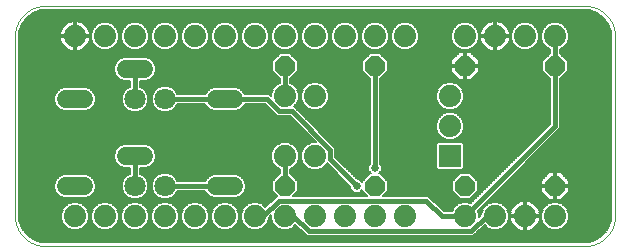
<source format=gbl>
G75*
%MOIN*%
%OFA0B0*%
%FSLAX25Y25*%
%IPPOS*%
%LPD*%
%AMOC8*
5,1,8,0,0,1.08239X$1,22.5*
%
%ADD10C,0.00000*%
%ADD11R,0.07400X0.07400*%
%ADD12C,0.07400*%
%ADD13OC8,0.06600*%
%ADD14C,0.06000*%
%ADD15C,0.07087*%
%ADD16C,0.01600*%
%ADD17C,0.02578*%
%ADD18C,0.00600*%
D10*
X0021300Y0011300D02*
X0201300Y0011300D01*
X0201542Y0011303D01*
X0201783Y0011312D01*
X0202024Y0011326D01*
X0202265Y0011347D01*
X0202505Y0011373D01*
X0202745Y0011405D01*
X0202984Y0011443D01*
X0203221Y0011486D01*
X0203458Y0011536D01*
X0203693Y0011591D01*
X0203927Y0011651D01*
X0204159Y0011718D01*
X0204390Y0011789D01*
X0204619Y0011867D01*
X0204846Y0011950D01*
X0205071Y0012038D01*
X0205294Y0012132D01*
X0205514Y0012231D01*
X0205732Y0012336D01*
X0205947Y0012445D01*
X0206160Y0012560D01*
X0206370Y0012680D01*
X0206576Y0012805D01*
X0206780Y0012935D01*
X0206981Y0013070D01*
X0207178Y0013210D01*
X0207372Y0013354D01*
X0207562Y0013503D01*
X0207748Y0013657D01*
X0207931Y0013815D01*
X0208110Y0013977D01*
X0208285Y0014144D01*
X0208456Y0014315D01*
X0208623Y0014490D01*
X0208785Y0014669D01*
X0208943Y0014852D01*
X0209097Y0015038D01*
X0209246Y0015228D01*
X0209390Y0015422D01*
X0209530Y0015619D01*
X0209665Y0015820D01*
X0209795Y0016024D01*
X0209920Y0016230D01*
X0210040Y0016440D01*
X0210155Y0016653D01*
X0210264Y0016868D01*
X0210369Y0017086D01*
X0210468Y0017306D01*
X0210562Y0017529D01*
X0210650Y0017754D01*
X0210733Y0017981D01*
X0210811Y0018210D01*
X0210882Y0018441D01*
X0210949Y0018673D01*
X0211009Y0018907D01*
X0211064Y0019142D01*
X0211114Y0019379D01*
X0211157Y0019616D01*
X0211195Y0019855D01*
X0211227Y0020095D01*
X0211253Y0020335D01*
X0211274Y0020576D01*
X0211288Y0020817D01*
X0211297Y0021058D01*
X0211300Y0021300D01*
X0211300Y0081300D01*
X0211297Y0081542D01*
X0211288Y0081783D01*
X0211274Y0082024D01*
X0211253Y0082265D01*
X0211227Y0082505D01*
X0211195Y0082745D01*
X0211157Y0082984D01*
X0211114Y0083221D01*
X0211064Y0083458D01*
X0211009Y0083693D01*
X0210949Y0083927D01*
X0210882Y0084159D01*
X0210811Y0084390D01*
X0210733Y0084619D01*
X0210650Y0084846D01*
X0210562Y0085071D01*
X0210468Y0085294D01*
X0210369Y0085514D01*
X0210264Y0085732D01*
X0210155Y0085947D01*
X0210040Y0086160D01*
X0209920Y0086370D01*
X0209795Y0086576D01*
X0209665Y0086780D01*
X0209530Y0086981D01*
X0209390Y0087178D01*
X0209246Y0087372D01*
X0209097Y0087562D01*
X0208943Y0087748D01*
X0208785Y0087931D01*
X0208623Y0088110D01*
X0208456Y0088285D01*
X0208285Y0088456D01*
X0208110Y0088623D01*
X0207931Y0088785D01*
X0207748Y0088943D01*
X0207562Y0089097D01*
X0207372Y0089246D01*
X0207178Y0089390D01*
X0206981Y0089530D01*
X0206780Y0089665D01*
X0206576Y0089795D01*
X0206370Y0089920D01*
X0206160Y0090040D01*
X0205947Y0090155D01*
X0205732Y0090264D01*
X0205514Y0090369D01*
X0205294Y0090468D01*
X0205071Y0090562D01*
X0204846Y0090650D01*
X0204619Y0090733D01*
X0204390Y0090811D01*
X0204159Y0090882D01*
X0203927Y0090949D01*
X0203693Y0091009D01*
X0203458Y0091064D01*
X0203221Y0091114D01*
X0202984Y0091157D01*
X0202745Y0091195D01*
X0202505Y0091227D01*
X0202265Y0091253D01*
X0202024Y0091274D01*
X0201783Y0091288D01*
X0201542Y0091297D01*
X0201300Y0091300D01*
X0021300Y0091300D01*
X0021058Y0091297D01*
X0020817Y0091288D01*
X0020576Y0091274D01*
X0020335Y0091253D01*
X0020095Y0091227D01*
X0019855Y0091195D01*
X0019616Y0091157D01*
X0019379Y0091114D01*
X0019142Y0091064D01*
X0018907Y0091009D01*
X0018673Y0090949D01*
X0018441Y0090882D01*
X0018210Y0090811D01*
X0017981Y0090733D01*
X0017754Y0090650D01*
X0017529Y0090562D01*
X0017306Y0090468D01*
X0017086Y0090369D01*
X0016868Y0090264D01*
X0016653Y0090155D01*
X0016440Y0090040D01*
X0016230Y0089920D01*
X0016024Y0089795D01*
X0015820Y0089665D01*
X0015619Y0089530D01*
X0015422Y0089390D01*
X0015228Y0089246D01*
X0015038Y0089097D01*
X0014852Y0088943D01*
X0014669Y0088785D01*
X0014490Y0088623D01*
X0014315Y0088456D01*
X0014144Y0088285D01*
X0013977Y0088110D01*
X0013815Y0087931D01*
X0013657Y0087748D01*
X0013503Y0087562D01*
X0013354Y0087372D01*
X0013210Y0087178D01*
X0013070Y0086981D01*
X0012935Y0086780D01*
X0012805Y0086576D01*
X0012680Y0086370D01*
X0012560Y0086160D01*
X0012445Y0085947D01*
X0012336Y0085732D01*
X0012231Y0085514D01*
X0012132Y0085294D01*
X0012038Y0085071D01*
X0011950Y0084846D01*
X0011867Y0084619D01*
X0011789Y0084390D01*
X0011718Y0084159D01*
X0011651Y0083927D01*
X0011591Y0083693D01*
X0011536Y0083458D01*
X0011486Y0083221D01*
X0011443Y0082984D01*
X0011405Y0082745D01*
X0011373Y0082505D01*
X0011347Y0082265D01*
X0011326Y0082024D01*
X0011312Y0081783D01*
X0011303Y0081542D01*
X0011300Y0081300D01*
X0011300Y0021300D01*
X0011303Y0021058D01*
X0011312Y0020817D01*
X0011326Y0020576D01*
X0011347Y0020335D01*
X0011373Y0020095D01*
X0011405Y0019855D01*
X0011443Y0019616D01*
X0011486Y0019379D01*
X0011536Y0019142D01*
X0011591Y0018907D01*
X0011651Y0018673D01*
X0011718Y0018441D01*
X0011789Y0018210D01*
X0011867Y0017981D01*
X0011950Y0017754D01*
X0012038Y0017529D01*
X0012132Y0017306D01*
X0012231Y0017086D01*
X0012336Y0016868D01*
X0012445Y0016653D01*
X0012560Y0016440D01*
X0012680Y0016230D01*
X0012805Y0016024D01*
X0012935Y0015820D01*
X0013070Y0015619D01*
X0013210Y0015422D01*
X0013354Y0015228D01*
X0013503Y0015038D01*
X0013657Y0014852D01*
X0013815Y0014669D01*
X0013977Y0014490D01*
X0014144Y0014315D01*
X0014315Y0014144D01*
X0014490Y0013977D01*
X0014669Y0013815D01*
X0014852Y0013657D01*
X0015038Y0013503D01*
X0015228Y0013354D01*
X0015422Y0013210D01*
X0015619Y0013070D01*
X0015820Y0012935D01*
X0016024Y0012805D01*
X0016230Y0012680D01*
X0016440Y0012560D01*
X0016653Y0012445D01*
X0016868Y0012336D01*
X0017086Y0012231D01*
X0017306Y0012132D01*
X0017529Y0012038D01*
X0017754Y0011950D01*
X0017981Y0011867D01*
X0018210Y0011789D01*
X0018441Y0011718D01*
X0018673Y0011651D01*
X0018907Y0011591D01*
X0019142Y0011536D01*
X0019379Y0011486D01*
X0019616Y0011443D01*
X0019855Y0011405D01*
X0020095Y0011373D01*
X0020335Y0011347D01*
X0020576Y0011326D01*
X0020817Y0011312D01*
X0021058Y0011303D01*
X0021300Y0011300D01*
D11*
X0156300Y0041300D03*
D12*
X0156300Y0051300D03*
X0156300Y0061300D03*
X0161300Y0081300D03*
X0171300Y0081300D03*
X0181300Y0081300D03*
X0191300Y0081300D03*
X0141300Y0081300D03*
X0131300Y0081300D03*
X0121300Y0081300D03*
X0111300Y0081300D03*
X0101300Y0081300D03*
X0091300Y0081300D03*
X0081300Y0081300D03*
X0071300Y0081300D03*
X0061300Y0081300D03*
X0051300Y0081300D03*
X0041300Y0081300D03*
X0031300Y0081300D03*
X0101300Y0061300D03*
X0111300Y0061300D03*
X0111300Y0041300D03*
X0101300Y0041300D03*
X0101300Y0021300D03*
X0091300Y0021300D03*
X0081300Y0021300D03*
X0071300Y0021300D03*
X0061300Y0021300D03*
X0051300Y0021300D03*
X0041300Y0021300D03*
X0031300Y0021300D03*
X0111300Y0021300D03*
X0121300Y0021300D03*
X0131300Y0021300D03*
X0141300Y0021300D03*
X0161300Y0021300D03*
X0171300Y0021300D03*
X0181300Y0021300D03*
X0191300Y0021300D03*
D13*
X0191300Y0031300D03*
X0161300Y0031300D03*
X0131300Y0031300D03*
X0101300Y0031300D03*
X0101300Y0071300D03*
X0131300Y0071300D03*
X0161300Y0071300D03*
X0191300Y0071300D03*
D14*
X0084300Y0060300D02*
X0078300Y0060300D01*
X0054300Y0070300D02*
X0048300Y0070300D01*
X0034300Y0060300D02*
X0028300Y0060300D01*
X0048300Y0041300D02*
X0054300Y0041300D01*
X0034300Y0031300D02*
X0028300Y0031300D01*
X0078300Y0031300D02*
X0084300Y0031300D01*
D15*
X0061300Y0031300D03*
X0051300Y0031300D03*
X0051300Y0060300D03*
X0061300Y0060300D03*
D16*
X0081300Y0060300D01*
X0095300Y0060300D01*
X0096200Y0059400D01*
X0096200Y0059187D01*
X0099187Y0056200D01*
X0103612Y0056200D01*
X0116400Y0043412D01*
X0116400Y0040200D01*
X0125300Y0031300D01*
X0131300Y0037300D02*
X0131300Y0071300D01*
X0101300Y0071300D02*
X0101300Y0061300D01*
X0101300Y0041300D02*
X0101300Y0031300D01*
X0099187Y0026400D02*
X0148413Y0026400D01*
X0153513Y0021300D01*
X0161300Y0021300D01*
X0191300Y0051300D01*
X0191300Y0071300D01*
X0191300Y0081300D01*
X0081300Y0031300D02*
X0061300Y0031300D01*
X0051300Y0031300D02*
X0051300Y0041300D01*
X0051300Y0060300D02*
X0051300Y0070300D01*
X0099187Y0026400D02*
X0094087Y0021300D01*
X0091300Y0021300D01*
X0101300Y0021300D02*
X0104087Y0021300D01*
X0109187Y0016200D01*
X0163413Y0016200D01*
X0168513Y0021300D01*
X0171300Y0021300D01*
D17*
X0131300Y0037300D03*
X0125300Y0031300D03*
D18*
X0126950Y0029854D02*
X0127100Y0029854D01*
X0127100Y0030004D02*
X0127100Y0029560D01*
X0128560Y0028100D01*
X0104040Y0028100D01*
X0105500Y0029560D01*
X0105500Y0033040D01*
X0103040Y0035500D01*
X0103000Y0035500D01*
X0103000Y0037025D01*
X0103906Y0037400D01*
X0105200Y0038694D01*
X0105900Y0040385D01*
X0105900Y0042215D01*
X0105200Y0043906D01*
X0103906Y0045200D01*
X0102215Y0045900D01*
X0100385Y0045900D01*
X0098694Y0045200D01*
X0097400Y0043906D01*
X0096700Y0042215D01*
X0096700Y0040385D01*
X0097400Y0038694D01*
X0098694Y0037400D01*
X0099600Y0037025D01*
X0099600Y0035500D01*
X0099560Y0035500D01*
X0097100Y0033040D01*
X0097100Y0029560D01*
X0098560Y0028100D01*
X0098483Y0028100D01*
X0097487Y0027104D01*
X0094744Y0024361D01*
X0093906Y0025200D01*
X0092215Y0025900D01*
X0090385Y0025900D01*
X0088694Y0025200D01*
X0087400Y0023906D01*
X0086700Y0022215D01*
X0086700Y0020385D01*
X0087400Y0018694D01*
X0088694Y0017400D01*
X0090385Y0016700D01*
X0092215Y0016700D01*
X0093906Y0017400D01*
X0095200Y0018694D01*
X0095900Y0020385D01*
X0095900Y0020708D01*
X0096700Y0021508D01*
X0096700Y0020385D01*
X0097400Y0018694D01*
X0098694Y0017400D01*
X0100385Y0016700D01*
X0102215Y0016700D01*
X0103906Y0017400D01*
X0104744Y0018239D01*
X0107487Y0015496D01*
X0108483Y0014500D01*
X0164117Y0014500D01*
X0165112Y0015496D01*
X0167856Y0018239D01*
X0168694Y0017400D01*
X0170385Y0016700D01*
X0172215Y0016700D01*
X0173906Y0017400D01*
X0175200Y0018694D01*
X0175900Y0020385D01*
X0175900Y0022215D01*
X0175200Y0023906D01*
X0173906Y0025200D01*
X0172215Y0025900D01*
X0170385Y0025900D01*
X0168694Y0025200D01*
X0167400Y0023906D01*
X0166700Y0022215D01*
X0166700Y0021892D01*
X0165900Y0021092D01*
X0165900Y0022215D01*
X0165525Y0023121D01*
X0193000Y0050596D01*
X0193000Y0067100D01*
X0193040Y0067100D01*
X0195500Y0069560D01*
X0195500Y0073040D01*
X0193040Y0075500D01*
X0193000Y0075500D01*
X0193000Y0077025D01*
X0193906Y0077400D01*
X0195200Y0078694D01*
X0195900Y0080385D01*
X0195900Y0082215D01*
X0195200Y0083906D01*
X0193906Y0085200D01*
X0192215Y0085900D01*
X0190385Y0085900D01*
X0188694Y0085200D01*
X0187400Y0083906D01*
X0186700Y0082215D01*
X0186700Y0080385D01*
X0187400Y0078694D01*
X0188694Y0077400D01*
X0189600Y0077025D01*
X0189600Y0075500D01*
X0189560Y0075500D01*
X0187100Y0073040D01*
X0187100Y0069560D01*
X0189560Y0067100D01*
X0189600Y0067100D01*
X0189600Y0052004D01*
X0163121Y0025525D01*
X0162215Y0025900D01*
X0160385Y0025900D01*
X0158694Y0025200D01*
X0157400Y0023906D01*
X0157025Y0023000D01*
X0154217Y0023000D01*
X0149117Y0028100D01*
X0134040Y0028100D01*
X0135500Y0029560D01*
X0135500Y0033040D01*
X0133040Y0035500D01*
X0132596Y0035500D01*
X0133489Y0036393D01*
X0133489Y0038207D01*
X0133000Y0038696D01*
X0133000Y0067100D01*
X0133040Y0067100D01*
X0135500Y0069560D01*
X0135500Y0073040D01*
X0133040Y0075500D01*
X0129560Y0075500D01*
X0127100Y0073040D01*
X0127100Y0069560D01*
X0129560Y0067100D01*
X0129600Y0067100D01*
X0129600Y0038696D01*
X0129111Y0038207D01*
X0129111Y0036393D01*
X0130004Y0035500D01*
X0129560Y0035500D01*
X0127100Y0033040D01*
X0127100Y0032596D01*
X0126207Y0033489D01*
X0125515Y0033489D01*
X0118100Y0040904D01*
X0118100Y0044117D01*
X0105312Y0056904D01*
X0104361Y0057856D01*
X0105200Y0058694D01*
X0105900Y0060385D01*
X0105900Y0062215D01*
X0105200Y0063906D01*
X0103906Y0065200D01*
X0103000Y0065575D01*
X0103000Y0067100D01*
X0103040Y0067100D01*
X0105500Y0069560D01*
X0105500Y0073040D01*
X0103040Y0075500D01*
X0099560Y0075500D01*
X0097100Y0073040D01*
X0097100Y0069560D01*
X0099560Y0067100D01*
X0099600Y0067100D01*
X0099600Y0065575D01*
X0098694Y0065200D01*
X0097400Y0063906D01*
X0096700Y0062215D01*
X0096700Y0061304D01*
X0096004Y0062000D01*
X0087817Y0062000D01*
X0087606Y0062509D01*
X0086509Y0063606D01*
X0085076Y0064200D01*
X0077524Y0064200D01*
X0076091Y0063606D01*
X0074994Y0062509D01*
X0074783Y0062000D01*
X0065405Y0062000D01*
X0065067Y0062817D01*
X0063817Y0064067D01*
X0062184Y0064743D01*
X0060416Y0064743D01*
X0058783Y0064067D01*
X0057533Y0062817D01*
X0056857Y0061184D01*
X0056857Y0059416D01*
X0057533Y0057783D01*
X0058783Y0056533D01*
X0060416Y0055857D01*
X0062184Y0055857D01*
X0063817Y0056533D01*
X0065067Y0057783D01*
X0065405Y0058600D01*
X0074783Y0058600D01*
X0074994Y0058091D01*
X0076091Y0056994D01*
X0077524Y0056400D01*
X0085076Y0056400D01*
X0086509Y0056994D01*
X0087606Y0058091D01*
X0087817Y0058600D01*
X0094500Y0058600D01*
X0094500Y0058483D01*
X0095496Y0057487D01*
X0097487Y0055496D01*
X0098483Y0054500D01*
X0102908Y0054500D01*
X0111508Y0045900D01*
X0110385Y0045900D01*
X0108694Y0045200D01*
X0107400Y0043906D01*
X0106700Y0042215D01*
X0106700Y0040385D01*
X0107400Y0038694D01*
X0108694Y0037400D01*
X0110385Y0036700D01*
X0112215Y0036700D01*
X0113906Y0037400D01*
X0115200Y0038694D01*
X0115288Y0038908D01*
X0115696Y0038500D01*
X0123111Y0031085D01*
X0123111Y0030393D01*
X0124393Y0029111D01*
X0126207Y0029111D01*
X0127100Y0030004D01*
X0127405Y0029255D02*
X0126351Y0029255D01*
X0128003Y0028657D02*
X0104597Y0028657D01*
X0105195Y0029255D02*
X0124249Y0029255D01*
X0123650Y0029854D02*
X0105500Y0029854D01*
X0105500Y0030452D02*
X0123111Y0030452D01*
X0123111Y0031051D02*
X0105500Y0031051D01*
X0105500Y0031649D02*
X0122546Y0031649D01*
X0121948Y0032248D02*
X0105500Y0032248D01*
X0105500Y0032846D02*
X0121349Y0032846D01*
X0120751Y0033445D02*
X0105095Y0033445D01*
X0104496Y0034043D02*
X0120152Y0034043D01*
X0119554Y0034642D02*
X0103898Y0034642D01*
X0103299Y0035240D02*
X0118955Y0035240D01*
X0118357Y0035839D02*
X0103000Y0035839D01*
X0103000Y0036437D02*
X0117758Y0036437D01*
X0117160Y0037036D02*
X0113026Y0037036D01*
X0114140Y0037634D02*
X0116561Y0037634D01*
X0115963Y0038233D02*
X0114738Y0038233D01*
X0115257Y0038832D02*
X0115364Y0038832D01*
X0119574Y0039430D02*
X0129600Y0039430D01*
X0129600Y0038832D02*
X0120173Y0038832D01*
X0120771Y0038233D02*
X0129137Y0038233D01*
X0129111Y0037634D02*
X0121370Y0037634D01*
X0121968Y0037036D02*
X0129111Y0037036D01*
X0129111Y0036437D02*
X0122567Y0036437D01*
X0123165Y0035839D02*
X0129665Y0035839D01*
X0129301Y0035240D02*
X0123764Y0035240D01*
X0124362Y0034642D02*
X0128702Y0034642D01*
X0128104Y0034043D02*
X0124961Y0034043D01*
X0126251Y0033445D02*
X0127505Y0033445D01*
X0127100Y0032846D02*
X0126849Y0032846D01*
X0132935Y0035839D02*
X0173435Y0035839D01*
X0174033Y0036437D02*
X0133489Y0036437D01*
X0133489Y0037036D02*
X0151891Y0037036D01*
X0151700Y0037227D02*
X0152227Y0036700D01*
X0160373Y0036700D01*
X0160900Y0037227D01*
X0160900Y0045373D01*
X0160373Y0045900D01*
X0152227Y0045900D01*
X0151700Y0045373D01*
X0151700Y0037227D01*
X0151700Y0037634D02*
X0133489Y0037634D01*
X0133463Y0038233D02*
X0151700Y0038233D01*
X0151700Y0038832D02*
X0133000Y0038832D01*
X0133000Y0039430D02*
X0151700Y0039430D01*
X0151700Y0040029D02*
X0133000Y0040029D01*
X0133000Y0040627D02*
X0151700Y0040627D01*
X0151700Y0041226D02*
X0133000Y0041226D01*
X0133000Y0041824D02*
X0151700Y0041824D01*
X0151700Y0042423D02*
X0133000Y0042423D01*
X0133000Y0043021D02*
X0151700Y0043021D01*
X0151700Y0043620D02*
X0133000Y0043620D01*
X0133000Y0044218D02*
X0151700Y0044218D01*
X0151700Y0044817D02*
X0133000Y0044817D01*
X0133000Y0045415D02*
X0151742Y0045415D01*
X0153694Y0047400D02*
X0155385Y0046700D01*
X0157215Y0046700D01*
X0158906Y0047400D01*
X0160200Y0048694D01*
X0160900Y0050385D01*
X0160900Y0052215D01*
X0160200Y0053906D01*
X0158906Y0055200D01*
X0157215Y0055900D01*
X0155385Y0055900D01*
X0153694Y0055200D01*
X0152400Y0053906D01*
X0151700Y0052215D01*
X0151700Y0050385D01*
X0152400Y0048694D01*
X0153694Y0047400D01*
X0154152Y0047211D02*
X0133000Y0047211D01*
X0133000Y0047809D02*
X0153285Y0047809D01*
X0152687Y0048408D02*
X0133000Y0048408D01*
X0133000Y0049006D02*
X0152271Y0049006D01*
X0152023Y0049605D02*
X0133000Y0049605D01*
X0133000Y0050203D02*
X0151775Y0050203D01*
X0151700Y0050802D02*
X0133000Y0050802D01*
X0133000Y0051400D02*
X0151700Y0051400D01*
X0151700Y0051999D02*
X0133000Y0051999D01*
X0133000Y0052597D02*
X0151858Y0052597D01*
X0152106Y0053196D02*
X0133000Y0053196D01*
X0133000Y0053794D02*
X0152354Y0053794D01*
X0152887Y0054393D02*
X0133000Y0054393D01*
X0133000Y0054991D02*
X0153486Y0054991D01*
X0154636Y0055590D02*
X0133000Y0055590D01*
X0133000Y0056188D02*
X0189600Y0056188D01*
X0189600Y0055590D02*
X0157964Y0055590D01*
X0159114Y0054991D02*
X0189600Y0054991D01*
X0189600Y0054393D02*
X0159713Y0054393D01*
X0160246Y0053794D02*
X0189600Y0053794D01*
X0189600Y0053196D02*
X0160494Y0053196D01*
X0160742Y0052597D02*
X0189600Y0052597D01*
X0189595Y0051999D02*
X0160900Y0051999D01*
X0160900Y0051400D02*
X0188996Y0051400D01*
X0188398Y0050802D02*
X0160900Y0050802D01*
X0160825Y0050203D02*
X0187799Y0050203D01*
X0187201Y0049605D02*
X0160577Y0049605D01*
X0160329Y0049006D02*
X0186602Y0049006D01*
X0186004Y0048408D02*
X0159913Y0048408D01*
X0159315Y0047809D02*
X0185405Y0047809D01*
X0184807Y0047211D02*
X0158448Y0047211D01*
X0160858Y0045415D02*
X0183011Y0045415D01*
X0182412Y0044817D02*
X0160900Y0044817D01*
X0160900Y0044218D02*
X0181814Y0044218D01*
X0181215Y0043620D02*
X0160900Y0043620D01*
X0160900Y0043021D02*
X0180617Y0043021D01*
X0180018Y0042423D02*
X0160900Y0042423D01*
X0160900Y0041824D02*
X0179420Y0041824D01*
X0178821Y0041226D02*
X0160900Y0041226D01*
X0160900Y0040627D02*
X0178223Y0040627D01*
X0177624Y0040029D02*
X0160900Y0040029D01*
X0160900Y0039430D02*
X0177026Y0039430D01*
X0176427Y0038832D02*
X0160900Y0038832D01*
X0160900Y0038233D02*
X0175829Y0038233D01*
X0175230Y0037634D02*
X0160900Y0037634D01*
X0160709Y0037036D02*
X0174632Y0037036D01*
X0172836Y0035240D02*
X0163299Y0035240D01*
X0163040Y0035500D02*
X0159560Y0035500D01*
X0157100Y0033040D01*
X0157100Y0029560D01*
X0159560Y0027100D01*
X0163040Y0027100D01*
X0165500Y0029560D01*
X0165500Y0033040D01*
X0163040Y0035500D01*
X0163898Y0034642D02*
X0172238Y0034642D01*
X0171639Y0034043D02*
X0164496Y0034043D01*
X0165095Y0033445D02*
X0171041Y0033445D01*
X0170442Y0032846D02*
X0165500Y0032846D01*
X0165500Y0032248D02*
X0169844Y0032248D01*
X0169245Y0031649D02*
X0165500Y0031649D01*
X0165500Y0031051D02*
X0168647Y0031051D01*
X0168048Y0030452D02*
X0165500Y0030452D01*
X0165500Y0029854D02*
X0167450Y0029854D01*
X0166851Y0029255D02*
X0165195Y0029255D01*
X0164597Y0028657D02*
X0166253Y0028657D01*
X0165654Y0028058D02*
X0163998Y0028058D01*
X0163399Y0027460D02*
X0165056Y0027460D01*
X0164457Y0026861D02*
X0150355Y0026861D01*
X0149757Y0027460D02*
X0159200Y0027460D01*
X0158602Y0028058D02*
X0149158Y0028058D01*
X0150954Y0026263D02*
X0163859Y0026263D01*
X0163260Y0025664D02*
X0162784Y0025664D01*
X0159816Y0025664D02*
X0151552Y0025664D01*
X0152151Y0025066D02*
X0158560Y0025066D01*
X0157962Y0024467D02*
X0152749Y0024467D01*
X0153348Y0023869D02*
X0157385Y0023869D01*
X0157137Y0023270D02*
X0153946Y0023270D01*
X0158003Y0028657D02*
X0134597Y0028657D01*
X0135195Y0029255D02*
X0157405Y0029255D01*
X0157100Y0029854D02*
X0135500Y0029854D01*
X0135500Y0030452D02*
X0157100Y0030452D01*
X0157100Y0031051D02*
X0135500Y0031051D01*
X0135500Y0031649D02*
X0157100Y0031649D01*
X0157100Y0032248D02*
X0135500Y0032248D01*
X0135500Y0032846D02*
X0157100Y0032846D01*
X0157505Y0033445D02*
X0135095Y0033445D01*
X0134496Y0034043D02*
X0158104Y0034043D01*
X0158702Y0034642D02*
X0133898Y0034642D01*
X0133299Y0035240D02*
X0159301Y0035240D01*
X0171659Y0029255D02*
X0186839Y0029255D01*
X0186700Y0029395D02*
X0189395Y0026700D01*
X0191000Y0026700D01*
X0191000Y0031000D01*
X0191600Y0031000D01*
X0191600Y0031600D01*
X0195900Y0031600D01*
X0195900Y0033205D01*
X0193205Y0035900D01*
X0191600Y0035900D01*
X0191600Y0031600D01*
X0191000Y0031600D01*
X0191000Y0035900D01*
X0189395Y0035900D01*
X0186700Y0033205D01*
X0186700Y0031600D01*
X0191000Y0031600D01*
X0191000Y0031000D01*
X0186700Y0031000D01*
X0186700Y0029395D01*
X0186700Y0029854D02*
X0172258Y0029854D01*
X0172857Y0030452D02*
X0186700Y0030452D01*
X0186700Y0031649D02*
X0174054Y0031649D01*
X0174652Y0032248D02*
X0186700Y0032248D01*
X0186700Y0032846D02*
X0175251Y0032846D01*
X0175849Y0033445D02*
X0186940Y0033445D01*
X0187538Y0034043D02*
X0176448Y0034043D01*
X0177046Y0034642D02*
X0188137Y0034642D01*
X0188735Y0035240D02*
X0177645Y0035240D01*
X0178243Y0035839D02*
X0189334Y0035839D01*
X0191000Y0035839D02*
X0191600Y0035839D01*
X0191600Y0035240D02*
X0191000Y0035240D01*
X0191000Y0034642D02*
X0191600Y0034642D01*
X0191600Y0034043D02*
X0191000Y0034043D01*
X0191000Y0033445D02*
X0191600Y0033445D01*
X0191600Y0032846D02*
X0191000Y0032846D01*
X0191000Y0032248D02*
X0191600Y0032248D01*
X0191600Y0031649D02*
X0191000Y0031649D01*
X0191000Y0031051D02*
X0173455Y0031051D01*
X0171061Y0028657D02*
X0187438Y0028657D01*
X0188036Y0028058D02*
X0170462Y0028058D01*
X0169864Y0027460D02*
X0188635Y0027460D01*
X0189233Y0026861D02*
X0169265Y0026861D01*
X0168667Y0026263D02*
X0180672Y0026263D01*
X0180906Y0026300D02*
X0180129Y0026177D01*
X0179381Y0025934D01*
X0178679Y0025576D01*
X0178043Y0025114D01*
X0177486Y0024557D01*
X0177024Y0023921D01*
X0176666Y0023219D01*
X0176423Y0022471D01*
X0176300Y0021694D01*
X0176300Y0021600D01*
X0181000Y0021600D01*
X0181000Y0026300D01*
X0180906Y0026300D01*
X0181000Y0026263D02*
X0181600Y0026263D01*
X0181600Y0026300D02*
X0181600Y0021600D01*
X0181000Y0021600D01*
X0181000Y0021000D01*
X0176300Y0021000D01*
X0176300Y0020906D01*
X0176423Y0020129D01*
X0176666Y0019381D01*
X0177024Y0018679D01*
X0177486Y0018043D01*
X0178043Y0017486D01*
X0178679Y0017024D01*
X0179381Y0016666D01*
X0180129Y0016423D01*
X0180906Y0016300D01*
X0181000Y0016300D01*
X0181000Y0021000D01*
X0181600Y0021000D01*
X0181600Y0021600D01*
X0186300Y0021600D01*
X0186300Y0021694D01*
X0186177Y0022471D01*
X0185934Y0023219D01*
X0185576Y0023921D01*
X0185114Y0024557D01*
X0184557Y0025114D01*
X0183921Y0025576D01*
X0183219Y0025934D01*
X0182471Y0026177D01*
X0181694Y0026300D01*
X0181600Y0026300D01*
X0181928Y0026263D02*
X0210000Y0026263D01*
X0210000Y0026861D02*
X0193367Y0026861D01*
X0193205Y0026700D02*
X0195900Y0029395D01*
X0195900Y0031000D01*
X0191600Y0031000D01*
X0191600Y0026700D01*
X0193205Y0026700D01*
X0193965Y0027460D02*
X0210000Y0027460D01*
X0210000Y0028058D02*
X0194564Y0028058D01*
X0195162Y0028657D02*
X0210000Y0028657D01*
X0210000Y0029255D02*
X0195761Y0029255D01*
X0195900Y0029854D02*
X0210000Y0029854D01*
X0210000Y0030452D02*
X0195900Y0030452D01*
X0195900Y0031649D02*
X0210000Y0031649D01*
X0210000Y0031051D02*
X0191600Y0031051D01*
X0191600Y0030452D02*
X0191000Y0030452D01*
X0191000Y0029854D02*
X0191600Y0029854D01*
X0191600Y0029255D02*
X0191000Y0029255D01*
X0191000Y0028657D02*
X0191600Y0028657D01*
X0191600Y0028058D02*
X0191000Y0028058D01*
X0191000Y0027460D02*
X0191600Y0027460D01*
X0191600Y0026861D02*
X0191000Y0026861D01*
X0190385Y0025900D02*
X0188694Y0025200D01*
X0187400Y0023906D01*
X0186700Y0022215D01*
X0186700Y0020385D01*
X0187400Y0018694D01*
X0188694Y0017400D01*
X0190385Y0016700D01*
X0192215Y0016700D01*
X0193906Y0017400D01*
X0195200Y0018694D01*
X0195900Y0020385D01*
X0195900Y0022215D01*
X0195200Y0023906D01*
X0193906Y0025200D01*
X0192215Y0025900D01*
X0190385Y0025900D01*
X0189816Y0025664D02*
X0183748Y0025664D01*
X0184605Y0025066D02*
X0188560Y0025066D01*
X0187962Y0024467D02*
X0185179Y0024467D01*
X0185603Y0023869D02*
X0187385Y0023869D01*
X0187137Y0023270D02*
X0185908Y0023270D01*
X0186112Y0022672D02*
X0186889Y0022672D01*
X0186700Y0022073D02*
X0186240Y0022073D01*
X0186700Y0021475D02*
X0181600Y0021475D01*
X0181600Y0021000D02*
X0186300Y0021000D01*
X0186300Y0020906D01*
X0186177Y0020129D01*
X0185934Y0019381D01*
X0185576Y0018679D01*
X0185114Y0018043D01*
X0184557Y0017486D01*
X0183921Y0017024D01*
X0183219Y0016666D01*
X0182471Y0016423D01*
X0181694Y0016300D01*
X0181600Y0016300D01*
X0181600Y0021000D01*
X0181600Y0020876D02*
X0181000Y0020876D01*
X0181000Y0020278D02*
X0181600Y0020278D01*
X0181600Y0019679D02*
X0181000Y0019679D01*
X0181000Y0019081D02*
X0181600Y0019081D01*
X0181600Y0018482D02*
X0181000Y0018482D01*
X0181000Y0017884D02*
X0181600Y0017884D01*
X0181600Y0017285D02*
X0181000Y0017285D01*
X0181000Y0016687D02*
X0181600Y0016687D01*
X0183259Y0016687D02*
X0208570Y0016687D01*
X0209004Y0017285D02*
X0193628Y0017285D01*
X0194389Y0017884D02*
X0209225Y0017884D01*
X0209052Y0017350D02*
X0207452Y0015148D01*
X0205250Y0013548D01*
X0202661Y0012707D01*
X0201300Y0012600D01*
X0200762Y0012600D01*
X0021300Y0012600D01*
X0019939Y0012707D01*
X0017350Y0013548D01*
X0015148Y0015148D01*
X0013548Y0017350D01*
X0012707Y0019939D01*
X0012600Y0021300D01*
X0012600Y0081300D01*
X0012707Y0082661D01*
X0013548Y0085250D01*
X0015148Y0087452D01*
X0017350Y0089052D01*
X0019939Y0089893D01*
X0021300Y0090000D01*
X0201300Y0090000D01*
X0202661Y0089893D01*
X0205250Y0089052D01*
X0207452Y0087452D01*
X0209052Y0085250D01*
X0209893Y0082661D01*
X0210000Y0081300D01*
X0210000Y0021300D01*
X0209893Y0019939D01*
X0209052Y0017350D01*
X0208135Y0016088D02*
X0165705Y0016088D01*
X0166303Y0016687D02*
X0179341Y0016687D01*
X0178319Y0017285D02*
X0173628Y0017285D01*
X0174389Y0017884D02*
X0177645Y0017884D01*
X0177167Y0018482D02*
X0174988Y0018482D01*
X0175360Y0019081D02*
X0176819Y0019081D01*
X0176569Y0019679D02*
X0175608Y0019679D01*
X0175856Y0020278D02*
X0176400Y0020278D01*
X0176305Y0020876D02*
X0175900Y0020876D01*
X0175900Y0021475D02*
X0181000Y0021475D01*
X0181000Y0022073D02*
X0181600Y0022073D01*
X0181600Y0022672D02*
X0181000Y0022672D01*
X0181000Y0023270D02*
X0181600Y0023270D01*
X0181600Y0023869D02*
X0181000Y0023869D01*
X0181000Y0024467D02*
X0181600Y0024467D01*
X0181600Y0025066D02*
X0181000Y0025066D01*
X0181000Y0025664D02*
X0181600Y0025664D01*
X0178852Y0025664D02*
X0172784Y0025664D01*
X0174040Y0025066D02*
X0177995Y0025066D01*
X0177421Y0024467D02*
X0174638Y0024467D01*
X0175215Y0023869D02*
X0176997Y0023869D01*
X0176692Y0023270D02*
X0175463Y0023270D01*
X0175711Y0022672D02*
X0176488Y0022672D01*
X0176360Y0022073D02*
X0175900Y0022073D01*
X0168560Y0025066D02*
X0167470Y0025066D01*
X0167962Y0024467D02*
X0166871Y0024467D01*
X0167385Y0023869D02*
X0166273Y0023869D01*
X0165674Y0023270D02*
X0167137Y0023270D01*
X0166889Y0022672D02*
X0165711Y0022672D01*
X0165900Y0022073D02*
X0166700Y0022073D01*
X0166283Y0021475D02*
X0165900Y0021475D01*
X0167500Y0017884D02*
X0168211Y0017884D01*
X0168972Y0017285D02*
X0166902Y0017285D01*
X0165106Y0015490D02*
X0207700Y0015490D01*
X0207098Y0014891D02*
X0164508Y0014891D01*
X0184280Y0017285D02*
X0188972Y0017285D01*
X0188211Y0017884D02*
X0184955Y0017884D01*
X0185433Y0018482D02*
X0187612Y0018482D01*
X0187240Y0019081D02*
X0185781Y0019081D01*
X0186031Y0019679D02*
X0186992Y0019679D01*
X0186744Y0020278D02*
X0186200Y0020278D01*
X0186295Y0020876D02*
X0186700Y0020876D01*
X0194040Y0025066D02*
X0210000Y0025066D01*
X0210000Y0025664D02*
X0192784Y0025664D01*
X0194638Y0024467D02*
X0210000Y0024467D01*
X0210000Y0023869D02*
X0195215Y0023869D01*
X0195463Y0023270D02*
X0210000Y0023270D01*
X0210000Y0022672D02*
X0195711Y0022672D01*
X0195900Y0022073D02*
X0210000Y0022073D01*
X0210000Y0021475D02*
X0195900Y0021475D01*
X0195900Y0020876D02*
X0209967Y0020876D01*
X0209920Y0020278D02*
X0195856Y0020278D01*
X0195608Y0019679D02*
X0209808Y0019679D01*
X0209614Y0019081D02*
X0195360Y0019081D01*
X0194988Y0018482D02*
X0209420Y0018482D01*
X0206274Y0014293D02*
X0016326Y0014293D01*
X0015502Y0014891D02*
X0108092Y0014891D01*
X0107494Y0015490D02*
X0014900Y0015490D01*
X0014465Y0016088D02*
X0106895Y0016088D01*
X0106297Y0016687D02*
X0014030Y0016687D01*
X0013596Y0017285D02*
X0028972Y0017285D01*
X0028694Y0017400D02*
X0030385Y0016700D01*
X0032215Y0016700D01*
X0033906Y0017400D01*
X0035200Y0018694D01*
X0035900Y0020385D01*
X0035900Y0022215D01*
X0035200Y0023906D01*
X0033906Y0025200D01*
X0032215Y0025900D01*
X0030385Y0025900D01*
X0028694Y0025200D01*
X0027400Y0023906D01*
X0026700Y0022215D01*
X0026700Y0020385D01*
X0027400Y0018694D01*
X0028694Y0017400D01*
X0028211Y0017884D02*
X0013375Y0017884D01*
X0013180Y0018482D02*
X0027612Y0018482D01*
X0027240Y0019081D02*
X0012986Y0019081D01*
X0012792Y0019679D02*
X0026992Y0019679D01*
X0026744Y0020278D02*
X0012680Y0020278D01*
X0012633Y0020876D02*
X0026700Y0020876D01*
X0026700Y0021475D02*
X0012600Y0021475D01*
X0012600Y0022073D02*
X0026700Y0022073D01*
X0026889Y0022672D02*
X0012600Y0022672D01*
X0012600Y0023270D02*
X0027137Y0023270D01*
X0027385Y0023869D02*
X0012600Y0023869D01*
X0012600Y0024467D02*
X0027962Y0024467D01*
X0028560Y0025066D02*
X0012600Y0025066D01*
X0012600Y0025664D02*
X0029816Y0025664D01*
X0027524Y0027400D02*
X0035076Y0027400D01*
X0036509Y0027994D01*
X0037606Y0029091D01*
X0038200Y0030524D01*
X0038200Y0032076D01*
X0037606Y0033509D01*
X0036509Y0034606D01*
X0035076Y0035200D01*
X0027524Y0035200D01*
X0026091Y0034606D01*
X0024994Y0033509D01*
X0024400Y0032076D01*
X0024400Y0030524D01*
X0024994Y0029091D01*
X0026091Y0027994D01*
X0027524Y0027400D01*
X0027380Y0027460D02*
X0012600Y0027460D01*
X0012600Y0028058D02*
X0026026Y0028058D01*
X0025428Y0028657D02*
X0012600Y0028657D01*
X0012600Y0029255D02*
X0024926Y0029255D01*
X0024678Y0029854D02*
X0012600Y0029854D01*
X0012600Y0030452D02*
X0024430Y0030452D01*
X0024400Y0031051D02*
X0012600Y0031051D01*
X0012600Y0031649D02*
X0024400Y0031649D01*
X0024471Y0032248D02*
X0012600Y0032248D01*
X0012600Y0032846D02*
X0024719Y0032846D01*
X0024967Y0033445D02*
X0012600Y0033445D01*
X0012600Y0034043D02*
X0025528Y0034043D01*
X0026177Y0034642D02*
X0012600Y0034642D01*
X0012600Y0035240D02*
X0049202Y0035240D01*
X0049600Y0035405D02*
X0048783Y0035067D01*
X0047533Y0033817D01*
X0046857Y0032184D01*
X0046857Y0030416D01*
X0047533Y0028783D01*
X0048783Y0027533D01*
X0050416Y0026857D01*
X0052184Y0026857D01*
X0053817Y0027533D01*
X0055067Y0028783D01*
X0055743Y0030416D01*
X0055743Y0032184D01*
X0055067Y0033817D01*
X0053817Y0035067D01*
X0053000Y0035405D01*
X0053000Y0037400D01*
X0055076Y0037400D01*
X0056509Y0037994D01*
X0057606Y0039091D01*
X0058200Y0040524D01*
X0058200Y0042076D01*
X0057606Y0043509D01*
X0056509Y0044606D01*
X0055076Y0045200D01*
X0047524Y0045200D01*
X0046091Y0044606D01*
X0044994Y0043509D01*
X0044400Y0042076D01*
X0044400Y0040524D01*
X0044994Y0039091D01*
X0046091Y0037994D01*
X0047524Y0037400D01*
X0049600Y0037400D01*
X0049600Y0035405D01*
X0049600Y0035839D02*
X0012600Y0035839D01*
X0012600Y0036437D02*
X0049600Y0036437D01*
X0049600Y0037036D02*
X0012600Y0037036D01*
X0012600Y0037634D02*
X0046958Y0037634D01*
X0045852Y0038233D02*
X0012600Y0038233D01*
X0012600Y0038832D02*
X0045253Y0038832D01*
X0044853Y0039430D02*
X0012600Y0039430D01*
X0012600Y0040029D02*
X0044605Y0040029D01*
X0044400Y0040627D02*
X0012600Y0040627D01*
X0012600Y0041226D02*
X0044400Y0041226D01*
X0044400Y0041824D02*
X0012600Y0041824D01*
X0012600Y0042423D02*
X0044544Y0042423D01*
X0044792Y0043021D02*
X0012600Y0043021D01*
X0012600Y0043620D02*
X0045104Y0043620D01*
X0045703Y0044218D02*
X0012600Y0044218D01*
X0012600Y0044817D02*
X0046599Y0044817D01*
X0056001Y0044817D02*
X0098311Y0044817D01*
X0097713Y0044218D02*
X0056897Y0044218D01*
X0057496Y0043620D02*
X0097282Y0043620D01*
X0097034Y0043021D02*
X0057808Y0043021D01*
X0058056Y0042423D02*
X0096786Y0042423D01*
X0096700Y0041824D02*
X0058200Y0041824D01*
X0058200Y0041226D02*
X0096700Y0041226D01*
X0096700Y0040627D02*
X0058200Y0040627D01*
X0057995Y0040029D02*
X0096848Y0040029D01*
X0097096Y0039430D02*
X0057747Y0039430D01*
X0057347Y0038832D02*
X0097343Y0038832D01*
X0097862Y0038233D02*
X0056748Y0038233D01*
X0055642Y0037634D02*
X0098460Y0037634D01*
X0099574Y0037036D02*
X0053000Y0037036D01*
X0053000Y0036437D02*
X0099600Y0036437D01*
X0099600Y0035839D02*
X0053000Y0035839D01*
X0053398Y0035240D02*
X0059202Y0035240D01*
X0058783Y0035067D02*
X0057533Y0033817D01*
X0056857Y0032184D01*
X0056857Y0030416D01*
X0057533Y0028783D01*
X0058783Y0027533D01*
X0060416Y0026857D01*
X0062184Y0026857D01*
X0063817Y0027533D01*
X0065067Y0028783D01*
X0065405Y0029600D01*
X0074783Y0029600D01*
X0074994Y0029091D01*
X0076091Y0027994D01*
X0077524Y0027400D01*
X0085076Y0027400D01*
X0086509Y0027994D01*
X0087606Y0029091D01*
X0088200Y0030524D01*
X0088200Y0032076D01*
X0087606Y0033509D01*
X0086509Y0034606D01*
X0085076Y0035200D01*
X0077524Y0035200D01*
X0076091Y0034606D01*
X0074994Y0033509D01*
X0074783Y0033000D01*
X0065405Y0033000D01*
X0065067Y0033817D01*
X0063817Y0035067D01*
X0062184Y0035743D01*
X0060416Y0035743D01*
X0058783Y0035067D01*
X0058358Y0034642D02*
X0054242Y0034642D01*
X0054840Y0034043D02*
X0057760Y0034043D01*
X0057379Y0033445D02*
X0055221Y0033445D01*
X0055469Y0032846D02*
X0057131Y0032846D01*
X0056883Y0032248D02*
X0055717Y0032248D01*
X0055743Y0031649D02*
X0056857Y0031649D01*
X0056857Y0031051D02*
X0055743Y0031051D01*
X0055743Y0030452D02*
X0056857Y0030452D01*
X0057090Y0029854D02*
X0055510Y0029854D01*
X0055262Y0029255D02*
X0057338Y0029255D01*
X0057659Y0028657D02*
X0054941Y0028657D01*
X0054342Y0028058D02*
X0058258Y0028058D01*
X0058960Y0027460D02*
X0053640Y0027460D01*
X0052195Y0026861D02*
X0060405Y0026861D01*
X0060385Y0025900D02*
X0058694Y0025200D01*
X0057400Y0023906D01*
X0056700Y0022215D01*
X0056700Y0020385D01*
X0057400Y0018694D01*
X0058694Y0017400D01*
X0060385Y0016700D01*
X0062215Y0016700D01*
X0063906Y0017400D01*
X0065200Y0018694D01*
X0065900Y0020385D01*
X0065900Y0022215D01*
X0065200Y0023906D01*
X0063906Y0025200D01*
X0062215Y0025900D01*
X0060385Y0025900D01*
X0059816Y0025664D02*
X0052784Y0025664D01*
X0052215Y0025900D02*
X0053906Y0025200D01*
X0055200Y0023906D01*
X0055900Y0022215D01*
X0055900Y0020385D01*
X0055200Y0018694D01*
X0053906Y0017400D01*
X0052215Y0016700D01*
X0050385Y0016700D01*
X0048694Y0017400D01*
X0047400Y0018694D01*
X0046700Y0020385D01*
X0046700Y0022215D01*
X0047400Y0023906D01*
X0048694Y0025200D01*
X0050385Y0025900D01*
X0052215Y0025900D01*
X0054040Y0025066D02*
X0058560Y0025066D01*
X0057962Y0024467D02*
X0054638Y0024467D01*
X0055215Y0023869D02*
X0057385Y0023869D01*
X0057137Y0023270D02*
X0055463Y0023270D01*
X0055711Y0022672D02*
X0056889Y0022672D01*
X0056700Y0022073D02*
X0055900Y0022073D01*
X0055900Y0021475D02*
X0056700Y0021475D01*
X0056700Y0020876D02*
X0055900Y0020876D01*
X0055856Y0020278D02*
X0056744Y0020278D01*
X0056992Y0019679D02*
X0055608Y0019679D01*
X0055360Y0019081D02*
X0057240Y0019081D01*
X0057612Y0018482D02*
X0054988Y0018482D01*
X0054389Y0017884D02*
X0058211Y0017884D01*
X0058972Y0017285D02*
X0053628Y0017285D01*
X0048972Y0017285D02*
X0043628Y0017285D01*
X0043906Y0017400D02*
X0045200Y0018694D01*
X0045900Y0020385D01*
X0045900Y0022215D01*
X0045200Y0023906D01*
X0043906Y0025200D01*
X0042215Y0025900D01*
X0040385Y0025900D01*
X0038694Y0025200D01*
X0037400Y0023906D01*
X0036700Y0022215D01*
X0036700Y0020385D01*
X0037400Y0018694D01*
X0038694Y0017400D01*
X0040385Y0016700D01*
X0042215Y0016700D01*
X0043906Y0017400D01*
X0044389Y0017884D02*
X0048211Y0017884D01*
X0047612Y0018482D02*
X0044988Y0018482D01*
X0045360Y0019081D02*
X0047240Y0019081D01*
X0046992Y0019679D02*
X0045608Y0019679D01*
X0045856Y0020278D02*
X0046744Y0020278D01*
X0046700Y0020876D02*
X0045900Y0020876D01*
X0045900Y0021475D02*
X0046700Y0021475D01*
X0046700Y0022073D02*
X0045900Y0022073D01*
X0045711Y0022672D02*
X0046889Y0022672D01*
X0047137Y0023270D02*
X0045463Y0023270D01*
X0045215Y0023869D02*
X0047385Y0023869D01*
X0047962Y0024467D02*
X0044638Y0024467D01*
X0044040Y0025066D02*
X0048560Y0025066D01*
X0049816Y0025664D02*
X0042784Y0025664D01*
X0039816Y0025664D02*
X0032784Y0025664D01*
X0034040Y0025066D02*
X0038560Y0025066D01*
X0037962Y0024467D02*
X0034638Y0024467D01*
X0035215Y0023869D02*
X0037385Y0023869D01*
X0037137Y0023270D02*
X0035463Y0023270D01*
X0035711Y0022672D02*
X0036889Y0022672D01*
X0036700Y0022073D02*
X0035900Y0022073D01*
X0035900Y0021475D02*
X0036700Y0021475D01*
X0036700Y0020876D02*
X0035900Y0020876D01*
X0035856Y0020278D02*
X0036744Y0020278D01*
X0036992Y0019679D02*
X0035608Y0019679D01*
X0035360Y0019081D02*
X0037240Y0019081D01*
X0037612Y0018482D02*
X0034988Y0018482D01*
X0034389Y0017884D02*
X0038211Y0017884D01*
X0038972Y0017285D02*
X0033628Y0017285D01*
X0018744Y0013096D02*
X0203856Y0013096D01*
X0205450Y0013694D02*
X0017150Y0013694D01*
X0012600Y0026263D02*
X0096646Y0026263D01*
X0097245Y0026861D02*
X0062195Y0026861D01*
X0062784Y0025664D02*
X0069816Y0025664D01*
X0070385Y0025900D02*
X0068694Y0025200D01*
X0067400Y0023906D01*
X0066700Y0022215D01*
X0066700Y0020385D01*
X0067400Y0018694D01*
X0068694Y0017400D01*
X0070385Y0016700D01*
X0072215Y0016700D01*
X0073906Y0017400D01*
X0075200Y0018694D01*
X0075900Y0020385D01*
X0075900Y0022215D01*
X0075200Y0023906D01*
X0073906Y0025200D01*
X0072215Y0025900D01*
X0070385Y0025900D01*
X0068560Y0025066D02*
X0064040Y0025066D01*
X0064638Y0024467D02*
X0067962Y0024467D01*
X0067385Y0023869D02*
X0065215Y0023869D01*
X0065463Y0023270D02*
X0067137Y0023270D01*
X0066889Y0022672D02*
X0065711Y0022672D01*
X0065900Y0022073D02*
X0066700Y0022073D01*
X0066700Y0021475D02*
X0065900Y0021475D01*
X0065900Y0020876D02*
X0066700Y0020876D01*
X0066744Y0020278D02*
X0065856Y0020278D01*
X0065608Y0019679D02*
X0066992Y0019679D01*
X0067240Y0019081D02*
X0065360Y0019081D01*
X0064988Y0018482D02*
X0067612Y0018482D01*
X0068211Y0017884D02*
X0064389Y0017884D01*
X0063628Y0017285D02*
X0068972Y0017285D01*
X0073628Y0017285D02*
X0078972Y0017285D01*
X0078694Y0017400D02*
X0080385Y0016700D01*
X0082215Y0016700D01*
X0083906Y0017400D01*
X0085200Y0018694D01*
X0085900Y0020385D01*
X0085900Y0022215D01*
X0085200Y0023906D01*
X0083906Y0025200D01*
X0082215Y0025900D01*
X0080385Y0025900D01*
X0078694Y0025200D01*
X0077400Y0023906D01*
X0076700Y0022215D01*
X0076700Y0020385D01*
X0077400Y0018694D01*
X0078694Y0017400D01*
X0078211Y0017884D02*
X0074389Y0017884D01*
X0074988Y0018482D02*
X0077612Y0018482D01*
X0077240Y0019081D02*
X0075360Y0019081D01*
X0075608Y0019679D02*
X0076992Y0019679D01*
X0076744Y0020278D02*
X0075856Y0020278D01*
X0075900Y0020876D02*
X0076700Y0020876D01*
X0076700Y0021475D02*
X0075900Y0021475D01*
X0075900Y0022073D02*
X0076700Y0022073D01*
X0076889Y0022672D02*
X0075711Y0022672D01*
X0075463Y0023270D02*
X0077137Y0023270D01*
X0077385Y0023869D02*
X0075215Y0023869D01*
X0074638Y0024467D02*
X0077962Y0024467D01*
X0078560Y0025066D02*
X0074040Y0025066D01*
X0072784Y0025664D02*
X0079816Y0025664D01*
X0077380Y0027460D02*
X0063640Y0027460D01*
X0064342Y0028058D02*
X0076026Y0028058D01*
X0075428Y0028657D02*
X0064941Y0028657D01*
X0065262Y0029255D02*
X0074926Y0029255D01*
X0074967Y0033445D02*
X0065221Y0033445D01*
X0064840Y0034043D02*
X0075528Y0034043D01*
X0076177Y0034642D02*
X0064242Y0034642D01*
X0063398Y0035240D02*
X0099301Y0035240D01*
X0098702Y0034642D02*
X0086423Y0034642D01*
X0087072Y0034043D02*
X0098104Y0034043D01*
X0097505Y0033445D02*
X0087633Y0033445D01*
X0087881Y0032846D02*
X0097100Y0032846D01*
X0097100Y0032248D02*
X0088129Y0032248D01*
X0088200Y0031649D02*
X0097100Y0031649D01*
X0097100Y0031051D02*
X0088200Y0031051D01*
X0088170Y0030452D02*
X0097100Y0030452D01*
X0097100Y0029854D02*
X0087922Y0029854D01*
X0087674Y0029255D02*
X0097405Y0029255D01*
X0098003Y0028657D02*
X0087172Y0028657D01*
X0086574Y0028058D02*
X0098442Y0028058D01*
X0097843Y0027460D02*
X0085220Y0027460D01*
X0082784Y0025664D02*
X0089816Y0025664D01*
X0088560Y0025066D02*
X0084040Y0025066D01*
X0084638Y0024467D02*
X0087962Y0024467D01*
X0087385Y0023869D02*
X0085215Y0023869D01*
X0085463Y0023270D02*
X0087137Y0023270D01*
X0086889Y0022672D02*
X0085711Y0022672D01*
X0085900Y0022073D02*
X0086700Y0022073D01*
X0086700Y0021475D02*
X0085900Y0021475D01*
X0085900Y0020876D02*
X0086700Y0020876D01*
X0086744Y0020278D02*
X0085856Y0020278D01*
X0085608Y0019679D02*
X0086992Y0019679D01*
X0087240Y0019081D02*
X0085360Y0019081D01*
X0084988Y0018482D02*
X0087612Y0018482D01*
X0088211Y0017884D02*
X0084389Y0017884D01*
X0083628Y0017285D02*
X0088972Y0017285D01*
X0093628Y0017285D02*
X0098972Y0017285D01*
X0098211Y0017884D02*
X0094389Y0017884D01*
X0094988Y0018482D02*
X0097612Y0018482D01*
X0097240Y0019081D02*
X0095360Y0019081D01*
X0095608Y0019679D02*
X0096992Y0019679D01*
X0096744Y0020278D02*
X0095856Y0020278D01*
X0096068Y0020876D02*
X0096700Y0020876D01*
X0096666Y0021475D02*
X0096700Y0021475D01*
X0094851Y0024467D02*
X0094638Y0024467D01*
X0094040Y0025066D02*
X0095449Y0025066D01*
X0096048Y0025664D02*
X0092784Y0025664D01*
X0104389Y0017884D02*
X0105100Y0017884D01*
X0105698Y0017285D02*
X0103628Y0017285D01*
X0103026Y0037036D02*
X0109574Y0037036D01*
X0108460Y0037634D02*
X0104140Y0037634D01*
X0104738Y0038233D02*
X0107862Y0038233D01*
X0107343Y0038832D02*
X0105257Y0038832D01*
X0105504Y0039430D02*
X0107096Y0039430D01*
X0106848Y0040029D02*
X0105752Y0040029D01*
X0105900Y0040627D02*
X0106700Y0040627D01*
X0106700Y0041226D02*
X0105900Y0041226D01*
X0105900Y0041824D02*
X0106700Y0041824D01*
X0106786Y0042423D02*
X0105814Y0042423D01*
X0105566Y0043021D02*
X0107034Y0043021D01*
X0107282Y0043620D02*
X0105318Y0043620D01*
X0104887Y0044218D02*
X0107713Y0044218D01*
X0108311Y0044817D02*
X0104289Y0044817D01*
X0103386Y0045415D02*
X0109214Y0045415D01*
X0110796Y0046612D02*
X0012600Y0046612D01*
X0012600Y0046014D02*
X0111395Y0046014D01*
X0110198Y0047211D02*
X0012600Y0047211D01*
X0012600Y0047809D02*
X0109599Y0047809D01*
X0109001Y0048408D02*
X0012600Y0048408D01*
X0012600Y0049006D02*
X0108402Y0049006D01*
X0107804Y0049605D02*
X0012600Y0049605D01*
X0012600Y0050203D02*
X0107205Y0050203D01*
X0106607Y0050802D02*
X0012600Y0050802D01*
X0012600Y0051400D02*
X0106008Y0051400D01*
X0105410Y0051999D02*
X0012600Y0051999D01*
X0012600Y0052597D02*
X0104811Y0052597D01*
X0104213Y0053196D02*
X0012600Y0053196D01*
X0012600Y0053794D02*
X0103614Y0053794D01*
X0103016Y0054393D02*
X0012600Y0054393D01*
X0012600Y0054991D02*
X0097992Y0054991D01*
X0097393Y0055590D02*
X0012600Y0055590D01*
X0012600Y0056188D02*
X0049615Y0056188D01*
X0050416Y0055857D02*
X0048783Y0056533D01*
X0047533Y0057783D01*
X0046857Y0059416D01*
X0046857Y0061184D01*
X0047533Y0062817D01*
X0048783Y0064067D01*
X0049600Y0064405D01*
X0049600Y0066400D01*
X0047524Y0066400D01*
X0046091Y0066994D01*
X0044994Y0068091D01*
X0044400Y0069524D01*
X0044400Y0071076D01*
X0044994Y0072509D01*
X0046091Y0073606D01*
X0047524Y0074200D01*
X0055076Y0074200D01*
X0056509Y0073606D01*
X0057606Y0072509D01*
X0058200Y0071076D01*
X0058200Y0069524D01*
X0057606Y0068091D01*
X0056509Y0066994D01*
X0055076Y0066400D01*
X0053000Y0066400D01*
X0053000Y0064405D01*
X0053817Y0064067D01*
X0055067Y0062817D01*
X0055743Y0061184D01*
X0055743Y0059416D01*
X0055067Y0057783D01*
X0053817Y0056533D01*
X0052184Y0055857D01*
X0050416Y0055857D01*
X0048529Y0056787D02*
X0036010Y0056787D01*
X0036509Y0056994D02*
X0037606Y0058091D01*
X0038200Y0059524D01*
X0038200Y0061076D01*
X0037606Y0062509D01*
X0036509Y0063606D01*
X0035076Y0064200D01*
X0027524Y0064200D01*
X0026091Y0063606D01*
X0024994Y0062509D01*
X0024400Y0061076D01*
X0024400Y0059524D01*
X0024994Y0058091D01*
X0026091Y0056994D01*
X0027524Y0056400D01*
X0035076Y0056400D01*
X0036509Y0056994D01*
X0036901Y0057385D02*
X0047931Y0057385D01*
X0047450Y0057984D02*
X0037499Y0057984D01*
X0037810Y0058582D02*
X0047202Y0058582D01*
X0046954Y0059181D02*
X0038058Y0059181D01*
X0038200Y0059779D02*
X0046857Y0059779D01*
X0046857Y0060378D02*
X0038200Y0060378D01*
X0038200Y0060976D02*
X0046857Y0060976D01*
X0047019Y0061575D02*
X0037993Y0061575D01*
X0037745Y0062173D02*
X0047267Y0062173D01*
X0047515Y0062772D02*
X0037343Y0062772D01*
X0036745Y0063370D02*
X0048087Y0063370D01*
X0048685Y0063969D02*
X0035633Y0063969D01*
X0026967Y0063969D02*
X0012600Y0063969D01*
X0012600Y0064568D02*
X0049600Y0064568D01*
X0049600Y0065166D02*
X0012600Y0065166D01*
X0012600Y0065765D02*
X0049600Y0065765D01*
X0049600Y0066363D02*
X0012600Y0066363D01*
X0012600Y0066962D02*
X0046169Y0066962D01*
X0045524Y0067560D02*
X0012600Y0067560D01*
X0012600Y0068159D02*
X0044966Y0068159D01*
X0044718Y0068757D02*
X0012600Y0068757D01*
X0012600Y0069356D02*
X0044470Y0069356D01*
X0044400Y0069954D02*
X0012600Y0069954D01*
X0012600Y0070553D02*
X0044400Y0070553D01*
X0044431Y0071151D02*
X0012600Y0071151D01*
X0012600Y0071750D02*
X0044679Y0071750D01*
X0044927Y0072348D02*
X0012600Y0072348D01*
X0012600Y0072947D02*
X0045431Y0072947D01*
X0046030Y0073545D02*
X0012600Y0073545D01*
X0012600Y0074144D02*
X0047388Y0074144D01*
X0048694Y0077400D02*
X0050385Y0076700D01*
X0052215Y0076700D01*
X0053906Y0077400D01*
X0055200Y0078694D01*
X0055900Y0080385D01*
X0055900Y0082215D01*
X0055200Y0083906D01*
X0053906Y0085200D01*
X0052215Y0085900D01*
X0050385Y0085900D01*
X0048694Y0085200D01*
X0047400Y0083906D01*
X0046700Y0082215D01*
X0046700Y0080385D01*
X0047400Y0078694D01*
X0048694Y0077400D01*
X0048360Y0077735D02*
X0044240Y0077735D01*
X0043906Y0077400D02*
X0045200Y0078694D01*
X0045900Y0080385D01*
X0045900Y0082215D01*
X0045200Y0083906D01*
X0043906Y0085200D01*
X0042215Y0085900D01*
X0040385Y0085900D01*
X0038694Y0085200D01*
X0037400Y0083906D01*
X0036700Y0082215D01*
X0036700Y0080385D01*
X0037400Y0078694D01*
X0038694Y0077400D01*
X0040385Y0076700D01*
X0042215Y0076700D01*
X0043906Y0077400D01*
X0043268Y0077136D02*
X0049332Y0077136D01*
X0047761Y0078333D02*
X0044839Y0078333D01*
X0045298Y0078932D02*
X0047302Y0078932D01*
X0047054Y0079530D02*
X0045546Y0079530D01*
X0045794Y0080129D02*
X0046806Y0080129D01*
X0046700Y0080727D02*
X0045900Y0080727D01*
X0045900Y0081326D02*
X0046700Y0081326D01*
X0046700Y0081924D02*
X0045900Y0081924D01*
X0045772Y0082523D02*
X0046828Y0082523D01*
X0047075Y0083121D02*
X0045525Y0083121D01*
X0045277Y0083720D02*
X0047323Y0083720D01*
X0047813Y0084318D02*
X0044787Y0084318D01*
X0044188Y0084917D02*
X0048412Y0084917D01*
X0049457Y0085515D02*
X0043143Y0085515D01*
X0039457Y0085515D02*
X0034005Y0085515D01*
X0033921Y0085576D02*
X0033219Y0085934D01*
X0032471Y0086177D01*
X0031694Y0086300D01*
X0031600Y0086300D01*
X0031600Y0081600D01*
X0031000Y0081600D01*
X0031000Y0086300D01*
X0030906Y0086300D01*
X0030129Y0086177D01*
X0029381Y0085934D01*
X0028679Y0085576D01*
X0028043Y0085114D01*
X0027486Y0084557D01*
X0027024Y0083921D01*
X0026666Y0083219D01*
X0026423Y0082471D01*
X0026300Y0081694D01*
X0026300Y0081600D01*
X0031000Y0081600D01*
X0031000Y0081000D01*
X0026300Y0081000D01*
X0026300Y0080906D01*
X0026423Y0080129D01*
X0026666Y0079381D01*
X0027024Y0078679D01*
X0027486Y0078043D01*
X0028043Y0077486D01*
X0028679Y0077024D01*
X0029381Y0076666D01*
X0030129Y0076423D01*
X0030906Y0076300D01*
X0031000Y0076300D01*
X0031000Y0081000D01*
X0031600Y0081000D01*
X0031600Y0081600D01*
X0036300Y0081600D01*
X0036300Y0081694D01*
X0036177Y0082471D01*
X0035934Y0083219D01*
X0035576Y0083921D01*
X0035114Y0084557D01*
X0034557Y0085114D01*
X0033921Y0085576D01*
X0034754Y0084917D02*
X0038412Y0084917D01*
X0037813Y0084318D02*
X0035287Y0084318D01*
X0035679Y0083720D02*
X0037323Y0083720D01*
X0037075Y0083121D02*
X0035966Y0083121D01*
X0036160Y0082523D02*
X0036828Y0082523D01*
X0036700Y0081924D02*
X0036263Y0081924D01*
X0036700Y0081326D02*
X0031600Y0081326D01*
X0031600Y0081000D02*
X0036300Y0081000D01*
X0036300Y0080906D01*
X0036177Y0080129D01*
X0035934Y0079381D01*
X0035576Y0078679D01*
X0035114Y0078043D01*
X0034557Y0077486D01*
X0033921Y0077024D01*
X0033219Y0076666D01*
X0032471Y0076423D01*
X0031694Y0076300D01*
X0031600Y0076300D01*
X0031600Y0081000D01*
X0031600Y0080727D02*
X0031000Y0080727D01*
X0031000Y0080129D02*
X0031600Y0080129D01*
X0031600Y0079530D02*
X0031000Y0079530D01*
X0031000Y0078932D02*
X0031600Y0078932D01*
X0031600Y0078333D02*
X0031000Y0078333D01*
X0031000Y0077735D02*
X0031600Y0077735D01*
X0031600Y0077136D02*
X0031000Y0077136D01*
X0031000Y0076538D02*
X0031600Y0076538D01*
X0032824Y0076538D02*
X0169776Y0076538D01*
X0170129Y0076423D02*
X0170906Y0076300D01*
X0171000Y0076300D01*
X0171000Y0081000D01*
X0166300Y0081000D01*
X0166300Y0080906D01*
X0166423Y0080129D01*
X0166666Y0079381D01*
X0167024Y0078679D01*
X0167486Y0078043D01*
X0168043Y0077486D01*
X0168679Y0077024D01*
X0169381Y0076666D01*
X0170129Y0076423D01*
X0171000Y0076538D02*
X0171600Y0076538D01*
X0171600Y0076300D02*
X0171694Y0076300D01*
X0172471Y0076423D01*
X0173219Y0076666D01*
X0173921Y0077024D01*
X0174557Y0077486D01*
X0175114Y0078043D01*
X0175576Y0078679D01*
X0175934Y0079381D01*
X0176177Y0080129D01*
X0176300Y0080906D01*
X0176300Y0081000D01*
X0171600Y0081000D01*
X0171600Y0081600D01*
X0171000Y0081600D01*
X0171000Y0086300D01*
X0170906Y0086300D01*
X0170129Y0086177D01*
X0169381Y0085934D01*
X0168679Y0085576D01*
X0168043Y0085114D01*
X0167486Y0084557D01*
X0167024Y0083921D01*
X0166666Y0083219D01*
X0166423Y0082471D01*
X0166300Y0081694D01*
X0166300Y0081600D01*
X0171000Y0081600D01*
X0171000Y0081000D01*
X0171600Y0081000D01*
X0171600Y0076300D01*
X0171600Y0077136D02*
X0171000Y0077136D01*
X0171000Y0077735D02*
X0171600Y0077735D01*
X0171600Y0078333D02*
X0171000Y0078333D01*
X0171000Y0078932D02*
X0171600Y0078932D01*
X0171600Y0079530D02*
X0171000Y0079530D01*
X0171000Y0080129D02*
X0171600Y0080129D01*
X0171600Y0080727D02*
X0171000Y0080727D01*
X0171000Y0081326D02*
X0165900Y0081326D01*
X0165900Y0081924D02*
X0166337Y0081924D01*
X0165900Y0082215D02*
X0165900Y0080385D01*
X0165200Y0078694D01*
X0163906Y0077400D01*
X0162215Y0076700D01*
X0160385Y0076700D01*
X0158694Y0077400D01*
X0157400Y0078694D01*
X0156700Y0080385D01*
X0156700Y0082215D01*
X0157400Y0083906D01*
X0158694Y0085200D01*
X0160385Y0085900D01*
X0162215Y0085900D01*
X0163906Y0085200D01*
X0165200Y0083906D01*
X0165900Y0082215D01*
X0165772Y0082523D02*
X0166440Y0082523D01*
X0166634Y0083121D02*
X0165525Y0083121D01*
X0165277Y0083720D02*
X0166921Y0083720D01*
X0167313Y0084318D02*
X0164787Y0084318D01*
X0164188Y0084917D02*
X0167846Y0084917D01*
X0168595Y0085515D02*
X0163143Y0085515D01*
X0159457Y0085515D02*
X0143143Y0085515D01*
X0143906Y0085200D02*
X0142215Y0085900D01*
X0140385Y0085900D01*
X0138694Y0085200D01*
X0137400Y0083906D01*
X0136700Y0082215D01*
X0136700Y0080385D01*
X0137400Y0078694D01*
X0138694Y0077400D01*
X0140385Y0076700D01*
X0142215Y0076700D01*
X0143906Y0077400D01*
X0145200Y0078694D01*
X0145900Y0080385D01*
X0145900Y0082215D01*
X0145200Y0083906D01*
X0143906Y0085200D01*
X0144188Y0084917D02*
X0158412Y0084917D01*
X0157813Y0084318D02*
X0144787Y0084318D01*
X0145277Y0083720D02*
X0157323Y0083720D01*
X0157075Y0083121D02*
X0145525Y0083121D01*
X0145772Y0082523D02*
X0156828Y0082523D01*
X0156700Y0081924D02*
X0145900Y0081924D01*
X0145900Y0081326D02*
X0156700Y0081326D01*
X0156700Y0080727D02*
X0145900Y0080727D01*
X0145794Y0080129D02*
X0156806Y0080129D01*
X0157054Y0079530D02*
X0145546Y0079530D01*
X0145298Y0078932D02*
X0157302Y0078932D01*
X0157761Y0078333D02*
X0144839Y0078333D01*
X0144240Y0077735D02*
X0158360Y0077735D01*
X0159332Y0077136D02*
X0143268Y0077136D01*
X0139332Y0077136D02*
X0133268Y0077136D01*
X0133906Y0077400D02*
X0135200Y0078694D01*
X0135900Y0080385D01*
X0135900Y0082215D01*
X0135200Y0083906D01*
X0133906Y0085200D01*
X0132215Y0085900D01*
X0130385Y0085900D01*
X0128694Y0085200D01*
X0127400Y0083906D01*
X0126700Y0082215D01*
X0126700Y0080385D01*
X0127400Y0078694D01*
X0128694Y0077400D01*
X0130385Y0076700D01*
X0132215Y0076700D01*
X0133906Y0077400D01*
X0134240Y0077735D02*
X0138360Y0077735D01*
X0137761Y0078333D02*
X0134839Y0078333D01*
X0135298Y0078932D02*
X0137302Y0078932D01*
X0137054Y0079530D02*
X0135546Y0079530D01*
X0135794Y0080129D02*
X0136806Y0080129D01*
X0136700Y0080727D02*
X0135900Y0080727D01*
X0135900Y0081326D02*
X0136700Y0081326D01*
X0136700Y0081924D02*
X0135900Y0081924D01*
X0135772Y0082523D02*
X0136828Y0082523D01*
X0137075Y0083121D02*
X0135525Y0083121D01*
X0135277Y0083720D02*
X0137323Y0083720D01*
X0137813Y0084318D02*
X0134787Y0084318D01*
X0134188Y0084917D02*
X0138412Y0084917D01*
X0139457Y0085515D02*
X0133143Y0085515D01*
X0129457Y0085515D02*
X0123143Y0085515D01*
X0123906Y0085200D02*
X0122215Y0085900D01*
X0120385Y0085900D01*
X0118694Y0085200D01*
X0117400Y0083906D01*
X0116700Y0082215D01*
X0116700Y0080385D01*
X0117400Y0078694D01*
X0118694Y0077400D01*
X0120385Y0076700D01*
X0122215Y0076700D01*
X0123906Y0077400D01*
X0125200Y0078694D01*
X0125900Y0080385D01*
X0125900Y0082215D01*
X0125200Y0083906D01*
X0123906Y0085200D01*
X0124188Y0084917D02*
X0128412Y0084917D01*
X0127813Y0084318D02*
X0124787Y0084318D01*
X0125277Y0083720D02*
X0127323Y0083720D01*
X0127075Y0083121D02*
X0125525Y0083121D01*
X0125772Y0082523D02*
X0126828Y0082523D01*
X0126700Y0081924D02*
X0125900Y0081924D01*
X0125900Y0081326D02*
X0126700Y0081326D01*
X0126700Y0080727D02*
X0125900Y0080727D01*
X0125794Y0080129D02*
X0126806Y0080129D01*
X0127054Y0079530D02*
X0125546Y0079530D01*
X0125298Y0078932D02*
X0127302Y0078932D01*
X0127761Y0078333D02*
X0124839Y0078333D01*
X0124240Y0077735D02*
X0128360Y0077735D01*
X0129332Y0077136D02*
X0123268Y0077136D01*
X0119332Y0077136D02*
X0113268Y0077136D01*
X0113906Y0077400D02*
X0115200Y0078694D01*
X0115900Y0080385D01*
X0115900Y0082215D01*
X0115200Y0083906D01*
X0113906Y0085200D01*
X0112215Y0085900D01*
X0110385Y0085900D01*
X0108694Y0085200D01*
X0107400Y0083906D01*
X0106700Y0082215D01*
X0106700Y0080385D01*
X0107400Y0078694D01*
X0108694Y0077400D01*
X0110385Y0076700D01*
X0112215Y0076700D01*
X0113906Y0077400D01*
X0114240Y0077735D02*
X0118360Y0077735D01*
X0117761Y0078333D02*
X0114839Y0078333D01*
X0115298Y0078932D02*
X0117302Y0078932D01*
X0117054Y0079530D02*
X0115546Y0079530D01*
X0115794Y0080129D02*
X0116806Y0080129D01*
X0116700Y0080727D02*
X0115900Y0080727D01*
X0115900Y0081326D02*
X0116700Y0081326D01*
X0116700Y0081924D02*
X0115900Y0081924D01*
X0115772Y0082523D02*
X0116828Y0082523D01*
X0117075Y0083121D02*
X0115525Y0083121D01*
X0115277Y0083720D02*
X0117323Y0083720D01*
X0117813Y0084318D02*
X0114787Y0084318D01*
X0114188Y0084917D02*
X0118412Y0084917D01*
X0119457Y0085515D02*
X0113143Y0085515D01*
X0109457Y0085515D02*
X0103143Y0085515D01*
X0103906Y0085200D02*
X0102215Y0085900D01*
X0100385Y0085900D01*
X0098694Y0085200D01*
X0097400Y0083906D01*
X0096700Y0082215D01*
X0096700Y0080385D01*
X0097400Y0078694D01*
X0098694Y0077400D01*
X0100385Y0076700D01*
X0102215Y0076700D01*
X0103906Y0077400D01*
X0105200Y0078694D01*
X0105900Y0080385D01*
X0105900Y0082215D01*
X0105200Y0083906D01*
X0103906Y0085200D01*
X0104188Y0084917D02*
X0108412Y0084917D01*
X0107813Y0084318D02*
X0104787Y0084318D01*
X0105277Y0083720D02*
X0107323Y0083720D01*
X0107075Y0083121D02*
X0105525Y0083121D01*
X0105772Y0082523D02*
X0106828Y0082523D01*
X0106700Y0081924D02*
X0105900Y0081924D01*
X0105900Y0081326D02*
X0106700Y0081326D01*
X0106700Y0080727D02*
X0105900Y0080727D01*
X0105794Y0080129D02*
X0106806Y0080129D01*
X0107054Y0079530D02*
X0105546Y0079530D01*
X0105298Y0078932D02*
X0107302Y0078932D01*
X0107761Y0078333D02*
X0104839Y0078333D01*
X0104240Y0077735D02*
X0108360Y0077735D01*
X0109332Y0077136D02*
X0103268Y0077136D01*
X0103199Y0075341D02*
X0129401Y0075341D01*
X0128803Y0074742D02*
X0103797Y0074742D01*
X0104396Y0074144D02*
X0128204Y0074144D01*
X0127605Y0073545D02*
X0104995Y0073545D01*
X0105500Y0072947D02*
X0127100Y0072947D01*
X0127100Y0072348D02*
X0105500Y0072348D01*
X0105500Y0071750D02*
X0127100Y0071750D01*
X0127100Y0071151D02*
X0105500Y0071151D01*
X0105500Y0070553D02*
X0127100Y0070553D01*
X0127100Y0069954D02*
X0105500Y0069954D01*
X0105295Y0069356D02*
X0127305Y0069356D01*
X0127903Y0068757D02*
X0104697Y0068757D01*
X0104098Y0068159D02*
X0128502Y0068159D01*
X0129100Y0067560D02*
X0103500Y0067560D01*
X0103000Y0066962D02*
X0129600Y0066962D01*
X0129600Y0066363D02*
X0103000Y0066363D01*
X0103000Y0065765D02*
X0110058Y0065765D01*
X0110385Y0065900D02*
X0108694Y0065200D01*
X0107400Y0063906D01*
X0106700Y0062215D01*
X0106700Y0060385D01*
X0107400Y0058694D01*
X0108694Y0057400D01*
X0110385Y0056700D01*
X0112215Y0056700D01*
X0113906Y0057400D01*
X0115200Y0058694D01*
X0115900Y0060385D01*
X0115900Y0062215D01*
X0115200Y0063906D01*
X0113906Y0065200D01*
X0112215Y0065900D01*
X0110385Y0065900D01*
X0108661Y0065166D02*
X0103939Y0065166D01*
X0104538Y0064568D02*
X0108062Y0064568D01*
X0107464Y0063969D02*
X0105136Y0063969D01*
X0105421Y0063370D02*
X0107179Y0063370D01*
X0106931Y0062772D02*
X0105669Y0062772D01*
X0105900Y0062173D02*
X0106700Y0062173D01*
X0106700Y0061575D02*
X0105900Y0061575D01*
X0105900Y0060976D02*
X0106700Y0060976D01*
X0106703Y0060378D02*
X0105897Y0060378D01*
X0105649Y0059779D02*
X0106951Y0059779D01*
X0107199Y0059181D02*
X0105401Y0059181D01*
X0105088Y0058582D02*
X0107512Y0058582D01*
X0108111Y0057984D02*
X0104489Y0057984D01*
X0104831Y0057385D02*
X0108730Y0057385D01*
X0110175Y0056787D02*
X0105430Y0056787D01*
X0106028Y0056188D02*
X0129600Y0056188D01*
X0129600Y0055590D02*
X0106627Y0055590D01*
X0107225Y0054991D02*
X0129600Y0054991D01*
X0129600Y0054393D02*
X0107824Y0054393D01*
X0108422Y0053794D02*
X0129600Y0053794D01*
X0129600Y0053196D02*
X0109021Y0053196D01*
X0109619Y0052597D02*
X0129600Y0052597D01*
X0129600Y0051999D02*
X0110218Y0051999D01*
X0110816Y0051400D02*
X0129600Y0051400D01*
X0129600Y0050802D02*
X0111415Y0050802D01*
X0112013Y0050203D02*
X0129600Y0050203D01*
X0129600Y0049605D02*
X0112612Y0049605D01*
X0113210Y0049006D02*
X0129600Y0049006D01*
X0129600Y0048408D02*
X0113809Y0048408D01*
X0114407Y0047809D02*
X0129600Y0047809D01*
X0129600Y0047211D02*
X0115006Y0047211D01*
X0115604Y0046612D02*
X0129600Y0046612D01*
X0129600Y0046014D02*
X0116203Y0046014D01*
X0116802Y0045415D02*
X0129600Y0045415D01*
X0129600Y0044817D02*
X0117400Y0044817D01*
X0117999Y0044218D02*
X0129600Y0044218D01*
X0129600Y0043620D02*
X0118100Y0043620D01*
X0118100Y0043021D02*
X0129600Y0043021D01*
X0129600Y0042423D02*
X0118100Y0042423D01*
X0118100Y0041824D02*
X0129600Y0041824D01*
X0129600Y0041226D02*
X0118100Y0041226D01*
X0118377Y0040627D02*
X0129600Y0040627D01*
X0129600Y0040029D02*
X0118976Y0040029D01*
X0133000Y0046014D02*
X0183610Y0046014D01*
X0184208Y0046612D02*
X0133000Y0046612D01*
X0133000Y0056787D02*
X0155175Y0056787D01*
X0155385Y0056700D02*
X0157215Y0056700D01*
X0158906Y0057400D01*
X0160200Y0058694D01*
X0160900Y0060385D01*
X0160900Y0062215D01*
X0160200Y0063906D01*
X0158906Y0065200D01*
X0157215Y0065900D01*
X0155385Y0065900D01*
X0153694Y0065200D01*
X0152400Y0063906D01*
X0151700Y0062215D01*
X0151700Y0060385D01*
X0152400Y0058694D01*
X0153694Y0057400D01*
X0155385Y0056700D01*
X0153730Y0057385D02*
X0133000Y0057385D01*
X0133000Y0057984D02*
X0153111Y0057984D01*
X0152512Y0058582D02*
X0133000Y0058582D01*
X0133000Y0059181D02*
X0152199Y0059181D01*
X0151951Y0059779D02*
X0133000Y0059779D01*
X0133000Y0060378D02*
X0151703Y0060378D01*
X0151700Y0060976D02*
X0133000Y0060976D01*
X0133000Y0061575D02*
X0151700Y0061575D01*
X0151700Y0062173D02*
X0133000Y0062173D01*
X0133000Y0062772D02*
X0151931Y0062772D01*
X0152179Y0063370D02*
X0133000Y0063370D01*
X0133000Y0063969D02*
X0152464Y0063969D01*
X0153062Y0064568D02*
X0133000Y0064568D01*
X0133000Y0065166D02*
X0153661Y0065166D01*
X0155058Y0065765D02*
X0133000Y0065765D01*
X0133000Y0066363D02*
X0189600Y0066363D01*
X0189600Y0065765D02*
X0157542Y0065765D01*
X0158939Y0065166D02*
X0189600Y0065166D01*
X0189600Y0064568D02*
X0159538Y0064568D01*
X0160136Y0063969D02*
X0189600Y0063969D01*
X0189600Y0063370D02*
X0160421Y0063370D01*
X0160669Y0062772D02*
X0189600Y0062772D01*
X0189600Y0062173D02*
X0160900Y0062173D01*
X0160900Y0061575D02*
X0189600Y0061575D01*
X0189600Y0060976D02*
X0160900Y0060976D01*
X0160897Y0060378D02*
X0189600Y0060378D01*
X0189600Y0059779D02*
X0160649Y0059779D01*
X0160401Y0059181D02*
X0189600Y0059181D01*
X0189600Y0058582D02*
X0160088Y0058582D01*
X0159489Y0057984D02*
X0189600Y0057984D01*
X0189600Y0057385D02*
X0158870Y0057385D01*
X0157425Y0056787D02*
X0189600Y0056787D01*
X0193000Y0056787D02*
X0210000Y0056787D01*
X0210000Y0057385D02*
X0193000Y0057385D01*
X0193000Y0057984D02*
X0210000Y0057984D01*
X0210000Y0058582D02*
X0193000Y0058582D01*
X0193000Y0059181D02*
X0210000Y0059181D01*
X0210000Y0059779D02*
X0193000Y0059779D01*
X0193000Y0060378D02*
X0210000Y0060378D01*
X0210000Y0060976D02*
X0193000Y0060976D01*
X0193000Y0061575D02*
X0210000Y0061575D01*
X0210000Y0062173D02*
X0193000Y0062173D01*
X0193000Y0062772D02*
X0210000Y0062772D01*
X0210000Y0063370D02*
X0193000Y0063370D01*
X0193000Y0063969D02*
X0210000Y0063969D01*
X0210000Y0064568D02*
X0193000Y0064568D01*
X0193000Y0065166D02*
X0210000Y0065166D01*
X0210000Y0065765D02*
X0193000Y0065765D01*
X0193000Y0066363D02*
X0210000Y0066363D01*
X0210000Y0066962D02*
X0193000Y0066962D01*
X0193500Y0067560D02*
X0210000Y0067560D01*
X0210000Y0068159D02*
X0194098Y0068159D01*
X0194697Y0068757D02*
X0210000Y0068757D01*
X0210000Y0069356D02*
X0195295Y0069356D01*
X0195500Y0069954D02*
X0210000Y0069954D01*
X0210000Y0070553D02*
X0195500Y0070553D01*
X0195500Y0071151D02*
X0210000Y0071151D01*
X0210000Y0071750D02*
X0195500Y0071750D01*
X0195500Y0072348D02*
X0210000Y0072348D01*
X0210000Y0072947D02*
X0195500Y0072947D01*
X0194995Y0073545D02*
X0210000Y0073545D01*
X0210000Y0074144D02*
X0194396Y0074144D01*
X0193797Y0074742D02*
X0210000Y0074742D01*
X0210000Y0075341D02*
X0193199Y0075341D01*
X0193000Y0075939D02*
X0210000Y0075939D01*
X0210000Y0076538D02*
X0193000Y0076538D01*
X0193268Y0077136D02*
X0210000Y0077136D01*
X0210000Y0077735D02*
X0194240Y0077735D01*
X0194839Y0078333D02*
X0210000Y0078333D01*
X0210000Y0078932D02*
X0195298Y0078932D01*
X0195546Y0079530D02*
X0210000Y0079530D01*
X0210000Y0080129D02*
X0195794Y0080129D01*
X0195900Y0080727D02*
X0210000Y0080727D01*
X0209998Y0081326D02*
X0195900Y0081326D01*
X0195900Y0081924D02*
X0209951Y0081924D01*
X0209904Y0082523D02*
X0195772Y0082523D01*
X0195525Y0083121D02*
X0209743Y0083121D01*
X0209549Y0083720D02*
X0195277Y0083720D01*
X0194787Y0084318D02*
X0209354Y0084318D01*
X0209160Y0084917D02*
X0194188Y0084917D01*
X0193143Y0085515D02*
X0208859Y0085515D01*
X0208424Y0086114D02*
X0172665Y0086114D01*
X0172471Y0086177D02*
X0171694Y0086300D01*
X0171600Y0086300D01*
X0171600Y0081600D01*
X0176300Y0081600D01*
X0176300Y0081694D01*
X0176177Y0082471D01*
X0175934Y0083219D01*
X0175576Y0083921D01*
X0175114Y0084557D01*
X0174557Y0085114D01*
X0173921Y0085576D01*
X0173219Y0085934D01*
X0172471Y0086177D01*
X0171600Y0086114D02*
X0171000Y0086114D01*
X0171000Y0085515D02*
X0171600Y0085515D01*
X0171600Y0084917D02*
X0171000Y0084917D01*
X0171000Y0084318D02*
X0171600Y0084318D01*
X0171600Y0083720D02*
X0171000Y0083720D01*
X0171000Y0083121D02*
X0171600Y0083121D01*
X0171600Y0082523D02*
X0171000Y0082523D01*
X0171000Y0081924D02*
X0171600Y0081924D01*
X0171600Y0081326D02*
X0176700Y0081326D01*
X0176700Y0081924D02*
X0176263Y0081924D01*
X0176700Y0082215D02*
X0176700Y0080385D01*
X0177400Y0078694D01*
X0178694Y0077400D01*
X0180385Y0076700D01*
X0182215Y0076700D01*
X0183906Y0077400D01*
X0185200Y0078694D01*
X0185900Y0080385D01*
X0185900Y0082215D01*
X0185200Y0083906D01*
X0183906Y0085200D01*
X0182215Y0085900D01*
X0180385Y0085900D01*
X0178694Y0085200D01*
X0177400Y0083906D01*
X0176700Y0082215D01*
X0176828Y0082523D02*
X0176160Y0082523D01*
X0175966Y0083121D02*
X0177075Y0083121D01*
X0177323Y0083720D02*
X0175679Y0083720D01*
X0175287Y0084318D02*
X0177813Y0084318D01*
X0178412Y0084917D02*
X0174754Y0084917D01*
X0174005Y0085515D02*
X0179457Y0085515D01*
X0183143Y0085515D02*
X0189457Y0085515D01*
X0188412Y0084917D02*
X0184188Y0084917D01*
X0184787Y0084318D02*
X0187813Y0084318D01*
X0187323Y0083720D02*
X0185277Y0083720D01*
X0185525Y0083121D02*
X0187075Y0083121D01*
X0186828Y0082523D02*
X0185772Y0082523D01*
X0185900Y0081924D02*
X0186700Y0081924D01*
X0186700Y0081326D02*
X0185900Y0081326D01*
X0185900Y0080727D02*
X0186700Y0080727D01*
X0186806Y0080129D02*
X0185794Y0080129D01*
X0185546Y0079530D02*
X0187054Y0079530D01*
X0187302Y0078932D02*
X0185298Y0078932D01*
X0184839Y0078333D02*
X0187761Y0078333D01*
X0188360Y0077735D02*
X0184240Y0077735D01*
X0183268Y0077136D02*
X0189332Y0077136D01*
X0189600Y0076538D02*
X0172824Y0076538D01*
X0174076Y0077136D02*
X0179332Y0077136D01*
X0178360Y0077735D02*
X0174806Y0077735D01*
X0175325Y0078333D02*
X0177761Y0078333D01*
X0177302Y0078932D02*
X0175705Y0078932D01*
X0175982Y0079530D02*
X0177054Y0079530D01*
X0176806Y0080129D02*
X0176177Y0080129D01*
X0176272Y0080727D02*
X0176700Y0080727D01*
X0168524Y0077136D02*
X0163268Y0077136D01*
X0164240Y0077735D02*
X0167794Y0077735D01*
X0167275Y0078333D02*
X0164839Y0078333D01*
X0165298Y0078932D02*
X0166895Y0078932D01*
X0166618Y0079530D02*
X0165546Y0079530D01*
X0165794Y0080129D02*
X0166423Y0080129D01*
X0166328Y0080727D02*
X0165900Y0080727D01*
X0163205Y0075900D02*
X0161600Y0075900D01*
X0161600Y0071600D01*
X0165900Y0071600D01*
X0165900Y0073205D01*
X0163205Y0075900D01*
X0163765Y0075341D02*
X0189401Y0075341D01*
X0189600Y0075939D02*
X0012600Y0075939D01*
X0012600Y0075341D02*
X0099401Y0075341D01*
X0098803Y0074742D02*
X0012600Y0074742D01*
X0012600Y0076538D02*
X0029776Y0076538D01*
X0028524Y0077136D02*
X0012600Y0077136D01*
X0012600Y0077735D02*
X0027794Y0077735D01*
X0027275Y0078333D02*
X0012600Y0078333D01*
X0012600Y0078932D02*
X0026895Y0078932D01*
X0026618Y0079530D02*
X0012600Y0079530D01*
X0012600Y0080129D02*
X0026423Y0080129D01*
X0026328Y0080727D02*
X0012600Y0080727D01*
X0012602Y0081326D02*
X0031000Y0081326D01*
X0031000Y0081924D02*
X0031600Y0081924D01*
X0031600Y0082523D02*
X0031000Y0082523D01*
X0031000Y0083121D02*
X0031600Y0083121D01*
X0031600Y0083720D02*
X0031000Y0083720D01*
X0031000Y0084318D02*
X0031600Y0084318D01*
X0031600Y0084917D02*
X0031000Y0084917D01*
X0031000Y0085515D02*
X0031600Y0085515D01*
X0031600Y0086114D02*
X0031000Y0086114D01*
X0029935Y0086114D02*
X0014176Y0086114D01*
X0013741Y0085515D02*
X0028595Y0085515D01*
X0027846Y0084917D02*
X0013440Y0084917D01*
X0013246Y0084318D02*
X0027313Y0084318D01*
X0026921Y0083720D02*
X0013051Y0083720D01*
X0012857Y0083121D02*
X0026634Y0083121D01*
X0026440Y0082523D02*
X0012696Y0082523D01*
X0012649Y0081924D02*
X0026337Y0081924D01*
X0032665Y0086114D02*
X0169935Y0086114D01*
X0161000Y0075900D02*
X0159395Y0075900D01*
X0156700Y0073205D01*
X0156700Y0071600D01*
X0161000Y0071600D01*
X0161000Y0075900D01*
X0161000Y0075341D02*
X0161600Y0075341D01*
X0161600Y0074742D02*
X0161000Y0074742D01*
X0161000Y0074144D02*
X0161600Y0074144D01*
X0161600Y0073545D02*
X0161000Y0073545D01*
X0161000Y0072947D02*
X0161600Y0072947D01*
X0161600Y0072348D02*
X0161000Y0072348D01*
X0161000Y0071750D02*
X0161600Y0071750D01*
X0161600Y0071600D02*
X0161000Y0071600D01*
X0161000Y0071000D01*
X0161600Y0071000D01*
X0161600Y0071600D01*
X0161600Y0071151D02*
X0187100Y0071151D01*
X0187100Y0070553D02*
X0165900Y0070553D01*
X0165900Y0071000D02*
X0165900Y0069395D01*
X0163205Y0066700D01*
X0161600Y0066700D01*
X0161600Y0071000D01*
X0165900Y0071000D01*
X0165900Y0071750D02*
X0187100Y0071750D01*
X0187100Y0072348D02*
X0165900Y0072348D01*
X0165900Y0072947D02*
X0187100Y0072947D01*
X0187605Y0073545D02*
X0165560Y0073545D01*
X0164962Y0074144D02*
X0188204Y0074144D01*
X0188803Y0074742D02*
X0164363Y0074742D01*
X0161000Y0071151D02*
X0135500Y0071151D01*
X0135500Y0070553D02*
X0156700Y0070553D01*
X0156700Y0071000D02*
X0156700Y0069395D01*
X0159395Y0066700D01*
X0161000Y0066700D01*
X0161000Y0071000D01*
X0156700Y0071000D01*
X0156700Y0071750D02*
X0135500Y0071750D01*
X0135500Y0072348D02*
X0156700Y0072348D01*
X0156700Y0072947D02*
X0135500Y0072947D01*
X0134995Y0073545D02*
X0157040Y0073545D01*
X0157638Y0074144D02*
X0134396Y0074144D01*
X0133797Y0074742D02*
X0158237Y0074742D01*
X0158835Y0075341D02*
X0133199Y0075341D01*
X0135500Y0069954D02*
X0156700Y0069954D01*
X0156739Y0069356D02*
X0135295Y0069356D01*
X0134697Y0068757D02*
X0157338Y0068757D01*
X0157936Y0068159D02*
X0134098Y0068159D01*
X0133500Y0067560D02*
X0158535Y0067560D01*
X0159133Y0066962D02*
X0133000Y0066962D01*
X0129600Y0065765D02*
X0112542Y0065765D01*
X0113939Y0065166D02*
X0129600Y0065166D01*
X0129600Y0064568D02*
X0114538Y0064568D01*
X0115136Y0063969D02*
X0129600Y0063969D01*
X0129600Y0063370D02*
X0115421Y0063370D01*
X0115669Y0062772D02*
X0129600Y0062772D01*
X0129600Y0062173D02*
X0115900Y0062173D01*
X0115900Y0061575D02*
X0129600Y0061575D01*
X0129600Y0060976D02*
X0115900Y0060976D01*
X0115897Y0060378D02*
X0129600Y0060378D01*
X0129600Y0059779D02*
X0115649Y0059779D01*
X0115401Y0059181D02*
X0129600Y0059181D01*
X0129600Y0058582D02*
X0115088Y0058582D01*
X0114489Y0057984D02*
X0129600Y0057984D01*
X0129600Y0057385D02*
X0113870Y0057385D01*
X0112425Y0056787D02*
X0129600Y0056787D01*
X0099600Y0065765D02*
X0053000Y0065765D01*
X0053000Y0066363D02*
X0099600Y0066363D01*
X0099600Y0066962D02*
X0056431Y0066962D01*
X0057075Y0067560D02*
X0099100Y0067560D01*
X0098502Y0068159D02*
X0057634Y0068159D01*
X0057882Y0068757D02*
X0097903Y0068757D01*
X0097305Y0069356D02*
X0058130Y0069356D01*
X0058200Y0069954D02*
X0097100Y0069954D01*
X0097100Y0070553D02*
X0058200Y0070553D01*
X0058169Y0071151D02*
X0097100Y0071151D01*
X0097100Y0071750D02*
X0057921Y0071750D01*
X0057673Y0072348D02*
X0097100Y0072348D01*
X0097100Y0072947D02*
X0057169Y0072947D01*
X0056570Y0073545D02*
X0097605Y0073545D01*
X0098204Y0074144D02*
X0055212Y0074144D01*
X0058694Y0077400D02*
X0060385Y0076700D01*
X0062215Y0076700D01*
X0063906Y0077400D01*
X0065200Y0078694D01*
X0065900Y0080385D01*
X0065900Y0082215D01*
X0065200Y0083906D01*
X0063906Y0085200D01*
X0062215Y0085900D01*
X0060385Y0085900D01*
X0058694Y0085200D01*
X0057400Y0083906D01*
X0056700Y0082215D01*
X0056700Y0080385D01*
X0057400Y0078694D01*
X0058694Y0077400D01*
X0058360Y0077735D02*
X0054240Y0077735D01*
X0054839Y0078333D02*
X0057761Y0078333D01*
X0057302Y0078932D02*
X0055298Y0078932D01*
X0055546Y0079530D02*
X0057054Y0079530D01*
X0056806Y0080129D02*
X0055794Y0080129D01*
X0055900Y0080727D02*
X0056700Y0080727D01*
X0056700Y0081326D02*
X0055900Y0081326D01*
X0055900Y0081924D02*
X0056700Y0081924D01*
X0056828Y0082523D02*
X0055772Y0082523D01*
X0055525Y0083121D02*
X0057075Y0083121D01*
X0057323Y0083720D02*
X0055277Y0083720D01*
X0054787Y0084318D02*
X0057813Y0084318D01*
X0058412Y0084917D02*
X0054188Y0084917D01*
X0053143Y0085515D02*
X0059457Y0085515D01*
X0063143Y0085515D02*
X0069457Y0085515D01*
X0068694Y0085200D02*
X0067400Y0083906D01*
X0066700Y0082215D01*
X0066700Y0080385D01*
X0067400Y0078694D01*
X0068694Y0077400D01*
X0070385Y0076700D01*
X0072215Y0076700D01*
X0073906Y0077400D01*
X0075200Y0078694D01*
X0075900Y0080385D01*
X0075900Y0082215D01*
X0075200Y0083906D01*
X0073906Y0085200D01*
X0072215Y0085900D01*
X0070385Y0085900D01*
X0068694Y0085200D01*
X0068412Y0084917D02*
X0064188Y0084917D01*
X0064787Y0084318D02*
X0067813Y0084318D01*
X0067323Y0083720D02*
X0065277Y0083720D01*
X0065525Y0083121D02*
X0067075Y0083121D01*
X0066828Y0082523D02*
X0065772Y0082523D01*
X0065900Y0081924D02*
X0066700Y0081924D01*
X0066700Y0081326D02*
X0065900Y0081326D01*
X0065900Y0080727D02*
X0066700Y0080727D01*
X0066806Y0080129D02*
X0065794Y0080129D01*
X0065546Y0079530D02*
X0067054Y0079530D01*
X0067302Y0078932D02*
X0065298Y0078932D01*
X0064839Y0078333D02*
X0067761Y0078333D01*
X0068360Y0077735D02*
X0064240Y0077735D01*
X0063268Y0077136D02*
X0069332Y0077136D01*
X0073268Y0077136D02*
X0079332Y0077136D01*
X0078694Y0077400D02*
X0080385Y0076700D01*
X0082215Y0076700D01*
X0083906Y0077400D01*
X0085200Y0078694D01*
X0085900Y0080385D01*
X0085900Y0082215D01*
X0085200Y0083906D01*
X0083906Y0085200D01*
X0082215Y0085900D01*
X0080385Y0085900D01*
X0078694Y0085200D01*
X0077400Y0083906D01*
X0076700Y0082215D01*
X0076700Y0080385D01*
X0077400Y0078694D01*
X0078694Y0077400D01*
X0078360Y0077735D02*
X0074240Y0077735D01*
X0074839Y0078333D02*
X0077761Y0078333D01*
X0077302Y0078932D02*
X0075298Y0078932D01*
X0075546Y0079530D02*
X0077054Y0079530D01*
X0076806Y0080129D02*
X0075794Y0080129D01*
X0075900Y0080727D02*
X0076700Y0080727D01*
X0076700Y0081326D02*
X0075900Y0081326D01*
X0075900Y0081924D02*
X0076700Y0081924D01*
X0076828Y0082523D02*
X0075772Y0082523D01*
X0075525Y0083121D02*
X0077075Y0083121D01*
X0077323Y0083720D02*
X0075277Y0083720D01*
X0074787Y0084318D02*
X0077813Y0084318D01*
X0078412Y0084917D02*
X0074188Y0084917D01*
X0073143Y0085515D02*
X0079457Y0085515D01*
X0083143Y0085515D02*
X0089457Y0085515D01*
X0088694Y0085200D02*
X0090385Y0085900D01*
X0092215Y0085900D01*
X0093906Y0085200D01*
X0095200Y0083906D01*
X0095900Y0082215D01*
X0095900Y0080385D01*
X0095200Y0078694D01*
X0093906Y0077400D01*
X0092215Y0076700D01*
X0090385Y0076700D01*
X0088694Y0077400D01*
X0087400Y0078694D01*
X0086700Y0080385D01*
X0086700Y0082215D01*
X0087400Y0083906D01*
X0088694Y0085200D01*
X0088412Y0084917D02*
X0084188Y0084917D01*
X0084787Y0084318D02*
X0087813Y0084318D01*
X0087323Y0083720D02*
X0085277Y0083720D01*
X0085525Y0083121D02*
X0087075Y0083121D01*
X0086828Y0082523D02*
X0085772Y0082523D01*
X0085900Y0081924D02*
X0086700Y0081924D01*
X0086700Y0081326D02*
X0085900Y0081326D01*
X0085900Y0080727D02*
X0086700Y0080727D01*
X0086806Y0080129D02*
X0085794Y0080129D01*
X0085546Y0079530D02*
X0087054Y0079530D01*
X0087302Y0078932D02*
X0085298Y0078932D01*
X0084839Y0078333D02*
X0087761Y0078333D01*
X0088360Y0077735D02*
X0084240Y0077735D01*
X0083268Y0077136D02*
X0089332Y0077136D01*
X0093268Y0077136D02*
X0099332Y0077136D01*
X0098360Y0077735D02*
X0094240Y0077735D01*
X0094839Y0078333D02*
X0097761Y0078333D01*
X0097302Y0078932D02*
X0095298Y0078932D01*
X0095546Y0079530D02*
X0097054Y0079530D01*
X0096806Y0080129D02*
X0095794Y0080129D01*
X0095900Y0080727D02*
X0096700Y0080727D01*
X0096700Y0081326D02*
X0095900Y0081326D01*
X0095900Y0081924D02*
X0096700Y0081924D01*
X0096828Y0082523D02*
X0095772Y0082523D01*
X0095525Y0083121D02*
X0097075Y0083121D01*
X0097323Y0083720D02*
X0095277Y0083720D01*
X0094787Y0084318D02*
X0097813Y0084318D01*
X0098412Y0084917D02*
X0094188Y0084917D01*
X0093143Y0085515D02*
X0099457Y0085515D01*
X0059332Y0077136D02*
X0053268Y0077136D01*
X0039332Y0077136D02*
X0034076Y0077136D01*
X0034806Y0077735D02*
X0038360Y0077735D01*
X0037761Y0078333D02*
X0035325Y0078333D01*
X0035705Y0078932D02*
X0037302Y0078932D01*
X0037054Y0079530D02*
X0035982Y0079530D01*
X0036177Y0080129D02*
X0036806Y0080129D01*
X0036700Y0080727D02*
X0036272Y0080727D01*
X0017519Y0089106D02*
X0205081Y0089106D01*
X0205998Y0088508D02*
X0016602Y0088508D01*
X0015778Y0087909D02*
X0206822Y0087909D01*
X0207554Y0087311D02*
X0015046Y0087311D01*
X0014611Y0086712D02*
X0207989Y0086712D01*
X0203239Y0089705D02*
X0019361Y0089705D01*
X0053000Y0065166D02*
X0098661Y0065166D01*
X0098062Y0064568D02*
X0062608Y0064568D01*
X0063915Y0063969D02*
X0076967Y0063969D01*
X0075855Y0063370D02*
X0064513Y0063370D01*
X0065085Y0062772D02*
X0075257Y0062772D01*
X0074855Y0062173D02*
X0065333Y0062173D01*
X0065398Y0058582D02*
X0074790Y0058582D01*
X0075101Y0057984D02*
X0065150Y0057984D01*
X0064669Y0057385D02*
X0075699Y0057385D01*
X0076590Y0056787D02*
X0064071Y0056787D01*
X0062985Y0056188D02*
X0096795Y0056188D01*
X0096196Y0056787D02*
X0086010Y0056787D01*
X0086901Y0057385D02*
X0095598Y0057385D01*
X0094999Y0057984D02*
X0087499Y0057984D01*
X0087810Y0058582D02*
X0094500Y0058582D01*
X0096429Y0061575D02*
X0096700Y0061575D01*
X0096700Y0062173D02*
X0087745Y0062173D01*
X0087343Y0062772D02*
X0096931Y0062772D01*
X0097179Y0063370D02*
X0086745Y0063370D01*
X0085633Y0063969D02*
X0097464Y0063969D01*
X0059992Y0064568D02*
X0053000Y0064568D01*
X0053915Y0063969D02*
X0058685Y0063969D01*
X0058087Y0063370D02*
X0054513Y0063370D01*
X0055085Y0062772D02*
X0057515Y0062772D01*
X0057267Y0062173D02*
X0055333Y0062173D01*
X0055581Y0061575D02*
X0057019Y0061575D01*
X0056857Y0060976D02*
X0055743Y0060976D01*
X0055743Y0060378D02*
X0056857Y0060378D01*
X0056857Y0059779D02*
X0055743Y0059779D01*
X0055646Y0059181D02*
X0056954Y0059181D01*
X0057202Y0058582D02*
X0055398Y0058582D01*
X0055150Y0057984D02*
X0057450Y0057984D01*
X0057931Y0057385D02*
X0054669Y0057385D01*
X0054071Y0056787D02*
X0058529Y0056787D01*
X0059615Y0056188D02*
X0052985Y0056188D01*
X0026590Y0056787D02*
X0012600Y0056787D01*
X0012600Y0057385D02*
X0025699Y0057385D01*
X0025101Y0057984D02*
X0012600Y0057984D01*
X0012600Y0058582D02*
X0024790Y0058582D01*
X0024542Y0059181D02*
X0012600Y0059181D01*
X0012600Y0059779D02*
X0024400Y0059779D01*
X0024400Y0060378D02*
X0012600Y0060378D01*
X0012600Y0060976D02*
X0024400Y0060976D01*
X0024607Y0061575D02*
X0012600Y0061575D01*
X0012600Y0062173D02*
X0024855Y0062173D01*
X0025257Y0062772D02*
X0012600Y0062772D01*
X0012600Y0063370D02*
X0025855Y0063370D01*
X0012600Y0045415D02*
X0099214Y0045415D01*
X0050405Y0026861D02*
X0012600Y0026861D01*
X0035220Y0027460D02*
X0048960Y0027460D01*
X0048258Y0028058D02*
X0036574Y0028058D01*
X0037172Y0028657D02*
X0047659Y0028657D01*
X0047338Y0029255D02*
X0037674Y0029255D01*
X0037922Y0029854D02*
X0047090Y0029854D01*
X0046857Y0030452D02*
X0038170Y0030452D01*
X0038200Y0031051D02*
X0046857Y0031051D01*
X0046857Y0031649D02*
X0038200Y0031649D01*
X0038129Y0032248D02*
X0046883Y0032248D01*
X0047131Y0032846D02*
X0037881Y0032846D01*
X0037633Y0033445D02*
X0047379Y0033445D01*
X0047760Y0034043D02*
X0037072Y0034043D01*
X0036423Y0034642D02*
X0048358Y0034642D01*
X0161000Y0066962D02*
X0161600Y0066962D01*
X0161600Y0067560D02*
X0161000Y0067560D01*
X0161000Y0068159D02*
X0161600Y0068159D01*
X0161600Y0068757D02*
X0161000Y0068757D01*
X0161000Y0069356D02*
X0161600Y0069356D01*
X0161600Y0069954D02*
X0161000Y0069954D01*
X0161000Y0070553D02*
X0161600Y0070553D01*
X0165262Y0068757D02*
X0187903Y0068757D01*
X0187305Y0069356D02*
X0165861Y0069356D01*
X0165900Y0069954D02*
X0187100Y0069954D01*
X0188502Y0068159D02*
X0164664Y0068159D01*
X0164065Y0067560D02*
X0189100Y0067560D01*
X0189600Y0066962D02*
X0163467Y0066962D01*
X0193000Y0056188D02*
X0210000Y0056188D01*
X0210000Y0055590D02*
X0193000Y0055590D01*
X0193000Y0054991D02*
X0210000Y0054991D01*
X0210000Y0054393D02*
X0193000Y0054393D01*
X0193000Y0053794D02*
X0210000Y0053794D01*
X0210000Y0053196D02*
X0193000Y0053196D01*
X0193000Y0052597D02*
X0210000Y0052597D01*
X0210000Y0051999D02*
X0193000Y0051999D01*
X0193000Y0051400D02*
X0210000Y0051400D01*
X0210000Y0050802D02*
X0193000Y0050802D01*
X0192607Y0050203D02*
X0210000Y0050203D01*
X0210000Y0049605D02*
X0192009Y0049605D01*
X0191410Y0049006D02*
X0210000Y0049006D01*
X0210000Y0048408D02*
X0190812Y0048408D01*
X0190213Y0047809D02*
X0210000Y0047809D01*
X0210000Y0047211D02*
X0189615Y0047211D01*
X0189016Y0046612D02*
X0210000Y0046612D01*
X0210000Y0046014D02*
X0188418Y0046014D01*
X0187819Y0045415D02*
X0210000Y0045415D01*
X0210000Y0044817D02*
X0187221Y0044817D01*
X0186622Y0044218D02*
X0210000Y0044218D01*
X0210000Y0043620D02*
X0186024Y0043620D01*
X0185425Y0043021D02*
X0210000Y0043021D01*
X0210000Y0042423D02*
X0184827Y0042423D01*
X0184228Y0041824D02*
X0210000Y0041824D01*
X0210000Y0041226D02*
X0183630Y0041226D01*
X0183031Y0040627D02*
X0210000Y0040627D01*
X0210000Y0040029D02*
X0182433Y0040029D01*
X0181834Y0039430D02*
X0210000Y0039430D01*
X0210000Y0038832D02*
X0181236Y0038832D01*
X0180637Y0038233D02*
X0210000Y0038233D01*
X0210000Y0037634D02*
X0180039Y0037634D01*
X0179440Y0037036D02*
X0210000Y0037036D01*
X0210000Y0036437D02*
X0178842Y0036437D01*
X0193266Y0035839D02*
X0210000Y0035839D01*
X0210000Y0035240D02*
X0193865Y0035240D01*
X0194463Y0034642D02*
X0210000Y0034642D01*
X0210000Y0034043D02*
X0195062Y0034043D01*
X0195660Y0033445D02*
X0210000Y0033445D01*
X0210000Y0032846D02*
X0195900Y0032846D01*
X0195900Y0032248D02*
X0210000Y0032248D01*
X0169816Y0025664D02*
X0168068Y0025664D01*
M02*

</source>
